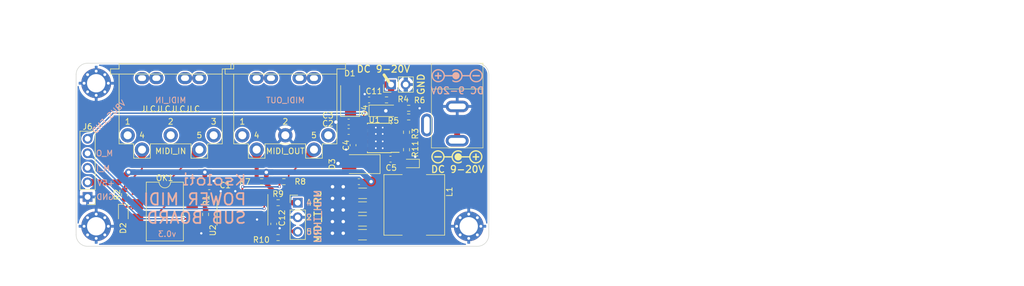
<source format=kicad_pcb>
(kicad_pcb (version 20211014) (generator pcbnew)
  (title_block (rev "v0.3"))
  (layers (0 "F.Cu" signal) (31 "B.Cu" signal) (34 "B.Paste" user) (35 "F.Paste" user) (36 "B.SilkS" user "B.Silkscreen") (37 "F.SilkS" user "F.Silkscreen") (38 "B.Mask" user) (39 "F.Mask" user) (44 "Edge.Cuts" user))
  (net 0 "")
  (net 1 "GND")
  (net 2 "+5V")
  (net 3 "Net-(C2-Pad1)")
  (net 4 "Net-(C5-Pad1)")
  (net 5 "VBUS_END")
  (net 6 "Net-(C5-Pad2)")
  (net 7 "Net-(D2-Pad1)")
  (net 8 "Net-(D2-Pad2)")
  (net 9 "Net-(D5-Pad2)")
  (net 14 "Net-(J3-Pad4)")
  (net 17 "Net-(J4-Pad4)")
  (net 18 "Net-(J4-Pad5)")
  (net 19 "Net-(J5-Pad1)")
  (net 20 "PG9_MIDI_RX")
  (net 21 "PG14_MIDI_TX")
  (net 24 "Net-(J5-Pad3)")
  (net 25 "Net-(R3-Pad2)")
  (net 26 "Net-(R5-Pad1)")
  (net 27 "Net-(R8-Pad1)")
  (net 28 "Net-(R10-Pad1)")
  (net 31 "Net-(U2-Pad2)")
  (net 33 "Net-(U2-Pad10)")
  (net 34 "Net-(D1-Pad2)")
  (footprint "Resistor_SMD:R_0603_1608Metric" (layer "F.Cu") (at 131.0395 102.729)
    (fp_text reference "R8")
    (fp_text value "220")
  )
  (footprint "Library:MountingHole_3.2mm_M3_Pad_Via_tight" (layer "F.Cu") (at 163.2855 110.526)
    (fp_text reference "H3" hide)
    (fp_text value "MountingHole_Pad")
  )
  (footprint "Resistor_SMD:R_0603_1608Metric" (layer "F.Cu") (at 152.8085 91.424)
    (fp_text reference "R5")
    (fp_text value "220")
  )
  (footprint "Diode_SMD:D_SOD-323" (layer "F.Cu") (at 103.0205 108.188 -90)
    (fp_text reference "D2")
    (fp_text value "1N4148WS")
  )
  (footprint "Capacitor_SMD:C_0603_1608Metric" (layer "F.Cu") (at 129.2635 110.109 -90)
    (fp_text reference "C12")
    (fp_text value "100n")
  )
  (footprint "Connector_PinHeader_2.54mm:PinHeader_1x02_P2.54mm_Vertical" (layer "F.Cu") (at 149.74344 85.7562 90)
    (fp_text reference "J1" hide)
    (fp_text value "VIN")
  )
  (footprint "Capacitor_SMD:C_0603_1608Metric" (layer "F.Cu") (at 142.34144 93.964 180)
    (fp_text reference "C2")
    (fp_text value "10u")
  )
  (footprint "Resistor_SMD:R_0603_1608Metric" (layer "F.Cu") (at 152.4275 94.091 90)
    (fp_text reference "R3")
    (fp_text value "10k")
  )
  (footprint "Capacitor_SMD:C_0603_1608Metric" (layer "F.Cu") (at 145.89744 88.4432 180)
    (fp_text reference "C11")
    (fp_text value "100n")
  )
  (footprint "Capacitor_SMD:C_1206_3216Metric" (layer "F.Cu") (at 144.75444 111.998 180)
    (fp_text reference "C10" hide)
    (fp_text value "47u")
  )
  (footprint "Library:MountingHole_3.2mm_M3_Pad_Via_tight" (layer "F.Cu") (at 98.2855 110.526)
    (fp_text reference "H2" hide)
    (fp_text value "MountingHole_Pad")
  )
  (footprint "Diode_SMD:D_MiniMELF" (layer "F.Cu") (at 148.43744 90.3482)
    (fp_text reference "D4")
    (fp_text value "3V3")
  )
  (footprint "Resistor_SMD:R_0603_1608Metric" (layer "F.Cu") (at 117.3755 108.442 90)
    (fp_text reference "R1")
    (fp_text value "10k")
  )
  (footprint "Connector_PinHeader_2.54mm:PinHeader_1x03_P2.54mm_Vertical" (layer "F.Cu") (at 133.4525 106.412)
    (fp_text reference "J5" hide)
    (fp_text value "MIDI_THRU")
  )
  (footprint "Resistor_SMD:R_0603_1608Metric" (layer "F.Cu") (at 103.2465 105.013 -90)
    (fp_text reference "R2")
    (fp_text value "220")
  )
  (footprint "Capacitor_SMD:C_1206_3216Metric" (layer "F.Cu") (at 144.75444 107.172 180)
    (fp_text reference "C8" hide)
    (fp_text value "47u")
  )
  (footprint "Capacitor_SMD:C_0603_1608Metric" (layer "F.Cu") (at 142.34144 92.313 180)
    (fp_text reference "C3")
    (fp_text value "10u")
  )
  (footprint "Capacitor_SMD:C_0603_1608Metric" (layer "F.Cu") (at 118.0105 103.616)
    (fp_text reference "C1")
    (fp_text value "100n")
  )
  (footprint "Library:dc_socket" (layer "F.Cu") (at 161.2743 89.328 180)
    (fp_text reference "J2" hide)
    (fp_text value "DC 9-20V")
  )
  (footprint "Resistor_SMD:R_0603_1608Metric" (layer "F.Cu") (at 152.4275 97.139 -90)
    (fp_text reference "R11")
    (fp_text value "10k")
  )
  (footprint "Diode_SMD:D_SMA" (layer "F.Cu") (at 144.4265 99.6572 180)
    (fp_text reference "D3")
    (fp_text value "SS34")
  )
  (footprint "Resistor_SMD:R_0603_1608Metric" (layer "F.Cu") (at 152.8085 89.9 180)
    (fp_text reference "R6")
    (fp_text value "3k")
  )
  (footprint "Inductor_SMD:L_10.4x10.4_H4.8" (layer "F.Cu") (at 153.7855 106.791 -90)
    (fp_text reference "L1")
    (fp_text value "15uh")
  )
  (footprint "Connector_PinHeader_2.54mm:PinHeader_1x05_P2.54mm_Vertical" (layer "F.Cu") (at 96.7835 105.396 180)
    (fp_text reference "J6")
    (fp_text value "BREAKOUT_CONN")
  )
  (footprint "LED_SMD:LED_0603_1608Metric" (layer "F.Cu") (at 153.1895 99.552 180)
    (fp_text reference "D5" hide)
    (fp_text value "LED")
  )
  (footprint "Capacitor_SMD:C_0603_1608Metric" (layer "F.Cu") (at 149.6335 98.79)
    (fp_text reference "C5")
    (fp_text value "10n")
  )
  (footprint "Capacitor_SMD:C_1206_3216Metric" (layer "F.Cu") (at 144.75444 109.585 180)
    (fp_text reference "C9" hide)
    (fp_text value "47u")
  )
  (footprint "Capacitor_SMD:C_0603_1608Metric" (layer "F.Cu") (at 144.11944 102.727 180)
    (fp_text reference "C6" hide)
    (fp_text value "100n")
  )
  (footprint "Diode_SMD:D_SMA" (layer "F.Cu") (at 142.59544 87.9292 90)
    (fp_text reference "D1")
    (fp_text value "SS34")
  )
  (footprint "Library:MIDI_DIN-5_DS-5-01c" (layer "F.Cu") (at 111.2821 82.126 180)
    (fp_text reference "J3")
    (fp_text value "MIDI_IN")
  )
  (footprint "Package_SO:TI_SO-PowerPAD-8_ThermalVias" (layer "F.Cu") (at 147.67544 95.0852 180)
    (fp_text reference "U1")
    (fp_text value "TPS5430DDA")
  )
  (footprint "Capacitor_SMD:C_1206_3216Metric" (layer "F.Cu") (at 144.7755 104.759 180)
    (fp_text reference "C7" hide)
    (fp_text value "47u")
  )
  (footprint "Resistor_SMD:R_0603_1608Metric" (layer "F.Cu") (at 148.94544 88.4432)
    (fp_text reference "R4")
    (fp_text value "47k")
  )
  (footprint "Package_DIP:SMDIP-8_W9.53mm" (layer "F.Cu") (at 110.2595 107.95)
    (fp_text reference "OK1")
    (fp_text value "6N137")
  )
  (footprint "Resistor_SMD:R_0603_1608Metric" (layer "F.Cu") (at 130.0335 106.41 180)
    (fp_text reference "R9")
    (fp_text value "220")
  )
  (footprint "Library:MountingHole_3.2mm_M3_Pad_Via_tight" (layer "F.Cu") (at 98.2855 85.526)
    (fp_text reference "H1" hide)
    (fp_text value "MountingHole_Pad")
  )
  (footprint "Package_SO:SOIC-14_3.9x8.7mm_P1.27mm" (layer "F.Cu") (at 123.8045 108.406 -90)
    (fp_text reference "U2")
    (fp_text value "74HC14")
  )
  (footprint "Resistor_SMD:R_0603_1608Metric" (layer "F.Cu") (at 127.1595 102.743)
    (fp_text reference "R7")
    (fp_text value "220")
  )
  (footprint "Capacitor_SMD:C_0603_1608Metric" (layer "F.Cu") (at 143.10344 96.3552 -90)
    (fp_text reference "C4")
    (fp_text value "100n")
  )
  (footprint "Resistor_SMD:R_0603_1608Metric" (layer "F.Cu") (at 130.0235 112.508)
    (fp_text reference "R10")
    (fp_text value "220")
  )
  (footprint "Library:MIDI_DIN-5_DS-5-01c" (layer "F.Cu") (at 131.2821 82.126 180)
    (fp_text reference "J4")
    (fp_text value "MIDI_OUT")
  )
  (gr_line (start 116.890847 102.106392) (end 116.29241 102.106392) (layer "B.SilkS") (width 0.277812))
  (gr_poly (pts (xy 164.527938 83.057995) (xy 164.473037 83.0619) (xy 164.41883 83.068336) (xy 164.365379 83.077248) (xy 164.312748 83.088577) (xy 164.260999 83.102267) (xy 164.210195 83.118262) (xy 164.160399 83.136504) (xy 164.111673 83.156937) (xy 164.064081 83.179504) (xy 164.017684 83.204147) (xy 163.972547 83.230811) (xy 163.92873 83.259438) (xy 163.886298 83.289972) (xy 163.845313 83.322355) (xy 163.805837 83.356531) (xy 163.767934 83.392443) (xy 163.731666 83.430034) (xy 163.697096 83.469248) (xy 163.664286 83.510027) (xy 163.6333 83.552314) (xy 163.6042 83.596054) (xy 163.577049 83.641188) (xy 163.551909 83.687661) (xy 163.528844 83.735414) (xy 163.507916 83.784393) (xy 163.489188 83.834539) (xy 163.472723 83.885796) (xy 163.458583 83.938107) (xy 163.44683 83.991415) (xy 163.437529 84.045663) (xy 163.430742 84.100795) (xy 162.20943 84.100795) (xy 162.202648 84.045701) (xy 162.193355 83.99149) (xy 162.181615 83.938217) (xy 162.16749 83.885939) (xy 162.151043 83.834714) (xy 162.132336 83.784597) (xy 162.111431 83.735646) (xy 162.088392 83.687917) (xy 162.063281 83.641467) (xy 162.03616 83.596353) (xy 162.007092 83.552632) (xy 161.97614 83.51036) (xy 161.943367 83.469594) (xy 161.908834 83.430391) (xy 161.872605 83.392808) (xy 161.834742 83.3569) (xy 161.795307 83.322726) (xy 161.754364 83.290342) (xy 161.711975 83.259805) (xy 161.668202 83.23117) (xy 161.623109 83.204496) (xy 161.576757 83.179839) (xy 161.529209 83.157255) (xy 161.480528 83.136802) (xy 161.430777 83.118536) (xy 161.380018 83.102514) (xy 161.328313 83.088792) (xy 161.275726 83.077428) (xy 161.222318 83.068477) (xy 161.168153 83.061998) (xy 161.113293 83.058046) (xy 161.057801 83.056679) (xy 161.015936 83.057453) (xy 160.974222 83.059732) (xy 160.932699 83.063505) (xy 160.891404 83.06876) (xy 160.850377 83.075486) (xy 160.809655 83.083672) (xy 160.769279 83.093306) (xy 160.729285 83.104377) (xy 160.689714 83.116872) (xy 160.650604 83.130781) (xy 160.611993 83.146093) (xy 160.57392 83.162795) (xy 160.536424 83.180876) (xy 160.499543 83.200326) (xy 160.463317 83.221131) (xy 160.427784 83.243282) (xy 160.427784 83.535171) (xy 160.460513 83.506168) (xy 160.494437 83.478842) (xy 160.529488 83.453219) (xy 160.565601 83.429326) (xy 160.60271 83.407189) (xy 160.640748 83.386833) (xy 160.679652 83.368286) (xy 160.719353 83.351571) (xy 160.759787 83.336717) (xy 160.800887 83.323749) (xy 160.842589 83.312693) (xy 160.884825 83.303575) (xy 160.92753 83.296421) (xy 160.970638 83.291257) (xy 161.014084 83.28811) (xy 161.057801 83.287005) (xy 161.105562 83.288213) (xy 161.152697 83.291797) (xy 161.199146 83.2977) (xy 161.244851 83.305862) (xy 161.289755 83.316226) (xy 161.333798 83.328733) (xy 161.376923 83.343325) (xy 161.41907 83.359944) (xy 161.460183 83.378531) (xy 161.500202 83.399028) (xy 161.539069 83.421376) (xy 161.576726 83.445518) (xy 161.613114 83.471395) (xy 161.648175 83.498949) (xy 161.681852 83.528121) (xy 161.714085 83.558853) (xy 161.744816 83.591087) (xy 161.773987 83.624764) (xy 161.80154 83.659826) (xy 161.827416 83.696215) (xy 161.851557 83.733873) (xy 161.873904 83.77274) (xy 161.8944 83.81276) (xy 161.912986 83.853873) (xy 161.929603 83.896021) (xy 161.944194 83.939146) (xy 161.9567 83.98319) (xy 161.967063 84.028094) (xy 161.975224 84.073799) (xy 161.981126 84.120249) (xy 161.984709 84.167383) (xy 161.985915 84.215145) (xy 161.984707 84.262906) (xy 161.981123 84.310039) (xy 161.975221 84.356487) (xy 161.967059 84.402192) (xy 161.956695 84.447095) (xy 161.944189 84.491138) (xy 161.929597 84.534262) (xy 161.912979 84.576409) (xy 161.894392 84.617521) (xy 161.873896 84.657539) (xy 161.851548 84.696406) (xy 161.827407 84.734062) (xy 161.801531 84.77045) (xy 161.773978 84.805512) (xy 161.744807 84.839188) (xy 161.714076 84.871421) (xy 161.681843 84.902152) (xy 161.648167 84.931323) (xy 161.613106 84.958876) (xy 161.576718 84.984752) (xy 161.539061 85.008893) (xy 161.500195 85.031241) (xy 161.460176 85.051737) (xy 161.419064 85.070324) (xy 161.376917 85.086942) (xy 161.333793 85.101533) (xy 161.289751 85.11404) (xy 161.244848 85.124404) (xy 161.199143 85.132566) (xy 161.152695 85.138468) (xy 161.105561 85.142052) (xy 161.057801 85.14326) (xy 161.014094 85.142173) (xy 160.970658 85.139047) (xy 160.927558 85.133905) (xy 160.884859 85.126776) (xy 160.842629 85.117683) (xy 160.800931 85.106654) (xy 160.759833 85.093715) (xy 160.719401 85.07889) (xy 160.679699 85.062206) (xy 160.640794 85.043689) (xy 160.602752 85.023364) (xy 160.565638 85.001259) (xy 160.529518 84.977397) (xy 160.494459 84.951806) (xy 160.460525 84.924512) (xy 160.427784 84.895539) (xy 160.427784 85.186013) (xy 160.463299 85.208227) (xy 160.499509 85.229096) (xy 160.536376 85.248608) (xy 160.573862 85.266752) (xy 160.611926 85.283516) (xy 160.650532 85.298889) (xy 160.689639 85.312859) (xy 160.729209 85.325415) (xy 160.769204 85.336546) (xy 160.809585 85.34624) (xy 160.850312 85.354485) (xy 160.891348 85.36127) (xy 160.932654 85.366584) (xy 160.97419 85.370416) (xy 161.015919 85.372753) (xy 161.057801 85.373585) (xy 161.113335 85.372269) (xy 161.168238 85.368365) (xy 161.222447 85.36193) (xy 161.275899 85.353019) (xy 161.328532 85.34169) (xy 161.380282 85.328) (xy 161.431088 85.312006) (xy 161.480885 85.293764) (xy 161.529613 85.273331) (xy 161.577207 85.250764) (xy 161.623605 85.22612) (xy 161.668744 85.199456) (xy 161.712562 85.170828) (xy 161.754995 85.140294) (xy 161.795982 85.10791) (xy 161.835458 85.073733) (xy 161.873363 85.03782) (xy 161.909631 85.000227) (xy 161.944202 84.961013) (xy 161.977013 84.920232) (xy 162.007999 84.877943) (xy 162.0371 84.834203) (xy 162.064251 84.789067) (xy 162.089391 84.742592) (xy 162.112456 84.694837) (xy 162.133384 84.645857) (xy 162.152112 84.595709) (xy 162.168577 84.54445) (xy 162.182717 84.492138) (xy 162.194469 84.438828) (xy 162.203769 84.384578) (xy 162.210556 84.329444) (xy 163.431842 84.329444) (xy 163.438623 84.384538) (xy 163.447914 84.438751) (xy 163.459653 84.492025) (xy 163.473777 84.544303) (xy 163.490224 84.59553) (xy 163.50893 84.645648) (xy 163.529834 84.6946) (xy 163.552873 84.74233) (xy 163.577984 84.788781) (xy 163.605104 84.833896) (xy 163.634172 84.877618) (xy 163.665123 84.919891) (xy 163.697897 84.960658) (xy 163.732429 84.999862) (xy 163.768658 85.037446) (xy 163.806522 85.073354) (xy 163.845956 85.107529) (xy 163.886899 85.139914) (xy 163.929289 85.170453) (xy 163.973062 85.199088) (xy 164.018156 85.225763) (xy 164.064508 85.250421) (xy 164.112056 85.273005) (xy 164.160738 85.293459) (xy 164.210489 85.311726) (xy 164.261249 85.327749) (xy 164.312955 85.341471) (xy 164.365543 85.352835) (xy 164.418951 85.361786) (xy 164.473117 85.368265) (xy 164.527977 85.372217) (xy 164.583471 85.373585) (xy 164.643084 85.372078) (xy 164.701916 85.367605) (xy 164.759892 85.360239) (xy 164.81694 85.350052) (xy 164.872987 85.337117) (xy 164.92796 85.321507) (xy 164.981787 85.303295) (xy 165.034394 85.282553) (xy 165.08571 85.259355) (xy 165.13566 85.233772) (xy 165.184173 85.205879) (xy 165.231175 85.175747) (xy 165.276595 85.14345) (xy 165.320358 85.109059) (xy 165.362392 85.072649) (xy 165.402625 85.034292) (xy 165.440983 84.99406) (xy 165.477395 84.952026) (xy 165.511786 84.908264) (xy 165.544084 84.862845) (xy 165.574217 84.815843) (xy 165.602112 84.767331) (xy 165.627696 84.717381) (xy 165.650895 84.666066) (xy 165.671638 84.613459) (xy 165.689852 84.559633) (xy 165.705463 84.50466) (xy 165.718399 84.448613) (xy 165.728587 84.391566) (xy 165.735955 84.33359) (xy 165.740429 84.274759) (xy 165.741937 84.215145) (xy 165.511585 84.215145) (xy 165.510377 84.262906) (xy 165.506793 84.310039) (xy 165.500891 84.356487) (xy 165.492729 84.402192) (xy 165.482365 84.447095) (xy 165.469858 84.491138) (xy 165.455267 84.534262) (xy 165.438649 84.576409) (xy 165.420062 84.617521) (xy 165.399566 84.657539) (xy 165.377218 84.696406) (xy 165.353077 84.734062) (xy 165.327201 84.77045) (xy 165.299648 84.805512) (xy 165.270477 84.839188) (xy 165.239746 84.871421) (xy 165.207513 84.902152) (xy 165.173837 84.931323) (xy 165.138776 84.958876) (xy 165.102388 84.984752) (xy 165.064731 85.008893) (xy 165.025865 85.031241) (xy 164.985846 85.051737) (xy 164.944734 85.070324) (xy 164.902587 85.086942) (xy 164.859463 85.101533) (xy 164.815421 85.11404) (xy 164.770518 85.124404) (xy 164.724813 85.132566) (xy 164.678365 85.138468) (xy 164.631231 85.142052) (xy 164.583471 85.14326) (xy 164.53571 85.142052) (xy 164.488576 85.138468) (xy 164.442128 85.132566) (xy 164.396423 85.124404) (xy 164.35152 85.11404) (xy 164.307478 85.101533) (xy 164.264354 85.086942) (xy 164.222207 85.070324) (xy 164.181095 85.051737) (xy 164.141076 85.031241) (xy 164.10221 85.008893) (xy 164.064553 84.984752) (xy 164.028165 84.958876) (xy 163.993104 84.931323) (xy 163.959428 84.902152) (xy 163.927195 84.871421) (xy 163.896464 84.839188) (xy 163.867293 84.805512) (xy 163.83974 84.77045) (xy 163.813864 84.734062) (xy 163.789723 84.696406) (xy 163.767375 84.657539) (xy 163.746879 84.617521) (xy 163.728292 84.576409) (xy 163.711674 84.534262) (xy 163.697083 84.491138) (xy 163.684576 84.447095) (xy 163.674212 84.402192) (xy 163.66605 84.356487) (xy 163.660148 84.310039) (xy 163.656564 84.262906) (xy 163.655356 84.215145) (xy 163.656563 84.167383) (xy 163.660146 84.120249) (xy 163.666047 84.073799) (xy 163.674208 84.028094) (xy 163.684571 83.98319) (xy 163.697077 83.939146) (xy 163.711668 83.896021) (xy 163.728285 83.853873) (xy 163.746871 83.81276) (xy 163.767367 83.77274) (xy 163.789714 83.733873) (xy 163.813855 83.696215) (xy 163.839731 83.659826) (xy 163.867284 83.624764) (xy 163.896455 83.591087) (xy 163.927186 83.558853) (xy 163.959419 83.528121) (xy 163.993095 83.498949) (xy 164.028157 83.471395) (xy 164.064545 83.445518) (xy 164.102202 83.421376) (xy 164.141069 83.399028) (xy 164.181088 83.378531) (xy 164.222201 83.359944) (xy 164.264348 83.343325) (xy 164.307473 83.328733) (xy 164.351516 83.316226) (xy 164.39642 83.305862) (xy 164.442125 83.297699) (xy 164.488575 83.291797) (xy 164.535709 83.288212) (xy 164.583471 83.287005) (xy 164.631232 83.288213) (xy 164.678367 83.291797) (xy 164.724816 83.2977) (xy 164.770521 83.305862) (xy 164.815425 83.316226) (xy 164.859468 83.328733) (xy 164.902593 83.343325) (xy 164.944741 83.359944) (xy 164.985853 83.378531) (xy 165.025872 83.399028) (xy 165.064739 83.421376) (xy 165.102396 83.445518) (xy 165.138784 83.471395) (xy 165.173846 83.498949) (xy 165.207522 83.528121) (xy 165.239755 83.558853) (xy 165.270486 83.591087) (xy 165.299657 83.624764) (xy 165.32721 83.659826) (xy 165.353086 83.696215) (xy 165.377227 83.733873) (xy 165.399574 83.77274) (xy 165.42007 83.81276) (xy 165.438656 83.853873) (xy 165.455274 83.896021) (xy 165.469864 83.939146) (xy 165.48237 83.98319) (xy 165.492733 84.028094) (xy 165.500894 84.073799) (xy 165.506795 84.120249) (xy 165.510378 84.167383) (xy 165.511585 84.215145) (xy 165.741937 84.215145) (xy 165.74043 84.15553) (xy 165.735957 84.096698) (xy 165.728591 84.038721) (xy 165.718403 83.981672) (xy 165.705468 83.925624) (xy 165.689858 83.87065) (xy 165.671645 83.816823) (xy 165.650903 83.764215) (xy 165.627704 83.712899) (xy 165.60212 83.662948) (xy 165.574226 83.614434) (xy 165.544093 83.567432) (xy 165.511795 83.522012) (xy 165.477404 83.478249) (xy 165.440993 83.436214) (xy 165.402634 83.395981) (xy 165.362401 83.357623) (xy 165.320367 83.321211) (xy 165.276603 83.28682) (xy 165.231184 83.254522) (xy 165.184181 83.224389) (xy 165.135667 83.196495) (xy 165.085716 83.170912) (xy 165.0344 83.147713) (xy 164.981792 83.12697) (xy 164.927965 83.108758) (xy 164.872991 83.093147) (xy 164.816943 83.080212) (xy 164.759894 83.070025) (xy 164.701918 83.062658) (xy 164.643085 83.058185) (xy 164.583471 83.056679)) (layer "B.SilkS") (width 0) (fill solid))
  (gr_line (start 116.890847 103.27201) (end 117.190066 102.981) (layer "B.SilkS") (width 0.277812))
  (gr_line (start 113.897038 101.524381) (end 113.897038 101.233372) (layer "B.SilkS") (width 0.277812))
  (gr_line (start 117.788503 103.272008) (end 118.388565 103.272008) (layer "B.SilkS") (width 0.277812))
  (gr_line (start 117.190066 102.981) (end 117.190066 102.397402) (layer "B.SilkS") (width 0.277812))
  (gr_line (start 118.089348 101.524379) (end 118.388565 101.524379) (layer "B.SilkS") (width 0.277812))
  (gr_line (start 113.597821 103.272008) (end 114.19626 103.272008) (layer "B.SilkS") (width 0.277812))
  (gr_line (start 114.794699 103.270425) (end 115.093914 102.979419) (layer "B.SilkS") (width 0.277812))
  (gr_line (start 119.884657 102.106392) (end 119.286219 102.106392) (layer "B.SilkS") (width 0.277812))
  (gr_line (start 115.093914 102.979419) (end 115.093914 101.522798) (layer "B.SilkS") (width 0.277812))
  (gr_line (start 119.286219 102.106392) (end 118.987002 102.397402) (layer "B.SilkS") (width 0.277812))
  (gr_line (start 113.897038 103.272008) (end 113.897038 102.106392) (layer "B.SilkS") (width 0.277812))
  (gr_line (start 122.798012 101.524379) (end 123.994885 102.689991) (layer "B.SilkS") (width 0.277812))
  (gr_line (start 121.783808 102.689982) (end 121.185371 102.689982) (layer "B.SilkS") (width 0.277812))
  (gr_poly (pts (xy 163.933958 84.34401) (xy 165.226004 84.34401) (xy 165.226004 84.086229) (xy 163.933958 84.086229)) (layer "B.SilkS") (width 0) (fill solid))
  (gr_line (start 116.29241 103.272008) (end 116.890847 103.272008) (layer "B.SilkS") (width 0.277812))
  (gr_line (start 114.794694 102.106395) (end 115.393131 102.106395) (layer "B.SilkS") (width 0.277812))
  (gr_line (start 123.994885 101.524379) (end 123.994885 103.272008) (layer "B.SilkS") (width 0.277812))
  (gr_line (start 118.089348 103.272008) (end 118.089348 101.524379) (layer "B.SilkS") (width 0.277812))
  (gr_line (start 120.1855 102.397402) (end 119.884657 102.106392) (layer "B.SilkS") (width 0.277812))
  (gr_line (start 115.993193 102.980998) (end 116.29241 103.272008) (layer "B.SilkS") (width 0.277812))
  (gr_line (start 120.886152 102.98099) (end 121.185371 103.271997) (layer "B.SilkS") (width 0.277812))
  (gr_line (start 117.190066 102.397402) (end 116.890847 102.106392) (layer "B.SilkS") (width 0.277812))
  (gr_poly (pts (xy 157.828631 84.091469) (xy 157.375944 84.091469) (xy 157.375944 84.340867) (xy 157.828631 84.340867) (xy 157.828631 84.791458) (xy 158.076981 84.791458) (xy 158.076981 84.340867) (xy 158.527572 84.340867) (xy 158.527572 84.091469) (xy 158.076981 84.091469) (xy 158.076981 83.638782) (xy 157.828631 83.638782)) (layer "B.SilkS") (width 0) (fill solid))
  (gr_line (start 122.083026 102.398974) (end 121.783808 102.689982) (layer "B.SilkS") (width 0.277812))
  (gr_poly (pts (xy 157.974023 83.056679) (xy 157.914409 83.058187) (xy 157.855578 83.062661) (xy 157.797602 83.070029) (xy 157.740555 83.080217) (xy 157.684508 83.093153) (xy 157.629536 83.108764) (xy 157.575709 83.126978) (xy 157.523102 83.147721) (xy 157.471788 83.17092) (xy 157.421838 83.196504) (xy 157.373325 83.224398) (xy 157.326324 83.254531) (xy 157.280905 83.28683) (xy 157.237143 83.321221) (xy 157.195109 83.357632) (xy 157.154877 83.395991) (xy 157.11652 83.436223) (xy 157.08011 83.478258) (xy 157.045719 83.522021) (xy 157.013422 83.56744) (xy 156.98329 83.614443) (xy 156.955396 83.662955) (xy 156.929814 83.712906) (xy 156.906615 83.764221) (xy 156.885873 83.816829) (xy 156.867661 83.870656) (xy 156.852051 83.925629) (xy 156.839116 83.981676) (xy 156.828929 84.038724) (xy 156.821563 84.0967) (xy 156.81709 84.155531) (xy 156.815583 84.215145) (xy 156.817091 84.274758) (xy 156.821565 84.333588) (xy 156.828933 84.391563) (xy 156.839121 84.44861) (xy 156.852056 84.504656) (xy 156.867667 84.559628) (xy 156.88588 84.613453) (xy 156.906622 84.66606) (xy 156.929821 84.717374) (xy 156.955404 84.767324) (xy 156.983298 84.815835) (xy 157.01343 84.862837) (xy 157.045728 84.908255) (xy 157.080118 84.952017) (xy 157.116528 84.99405) (xy 157.154886 85.034282) (xy 157.195118 85.07264) (xy 157.237151 85.10905) (xy 157.280913 85.14344) (xy 157.326331 85.175738) (xy 157.373333 85.20587) (xy 157.421844 85.233764) (xy 157.471794 85.259347) (xy 157.523108 85.282546) (xy 157.575714 85.303288) (xy 157.62954 85.321501) (xy 157.684512 85.337112) (xy 157.740558 85.350047) (xy 157.797605 85.360235) (xy 157.85558 85.367603) (xy 157.91441 85.372077) (xy 157.974023 85.373585) (xy 158.029557 85.372269) (xy 158.08446 85.368365) (xy 158.138669 85.36193) (xy 158.192122 85.353019) (xy 158.244754 85.34169) (xy 158.296505 85.328) (xy 158.34731 85.312005) (xy 158.397108 85.293763) (xy 158.445835 85.27333) (xy 158.493429 85.250763) (xy 158.539827 85.226119) (xy 158.584967 85.199455) (xy 158.628784 85.170827) (xy 158.671218 85.140293) (xy 158.712204 85.107909) (xy 158.751681 85.073732) (xy 158.789585 85.037819) (xy 158.825854 85.000227) (xy 158.860425 84.961012) (xy 158.893235 84.920232) (xy 158.924222 84.877943) (xy 158.953323 84.834202) (xy 158.980474 84.789066) (xy 159.005614 84.742592) (xy 159.028679 84.694837) (xy 159.049607 84.645857) (xy 159.068335 84.595709) (xy 159.0848 84.54445) (xy 159.09894 84.492138) (xy 159.110692 84.438828) (xy 159.119992 84.384578) (xy 159.126779 84.329444) (xy 160.438681 84.329444) (xy 160.444443 84.357199) (xy 160.451378 84.38445) (xy 160.459456 84.411173) (xy 160.468648 84.437341) (xy 160.478924 84.462932) (xy 160.490254 84.48792) (xy 160.502608 84.512281) (xy 160.515958 84.535989) (xy 160.530273 84.559021) (xy 160.545524 84.581351) (xy 160.56168 84.602955) (xy 160.578714 84.623808) (xy 160.596594 84.643885) (xy 160.615291 84.663162) (xy 160.634776 84.681614) (xy 160.655018 84.699216) (xy 160.67599 84.715945) (xy 160.697659 84.731774) (xy 160.719998 84.746679) (xy 160.742976 84.760636) (xy 160.766564 84.77362) (xy 160.790732 84.785606) (xy 160.815451 84.79657) (xy 160.84069 84.806487) (xy 160.866421 84.815332) (xy 160.892613 84.82308) (xy 160.919237 84.829707) (xy 160.946263 84.835189) (xy 160.973663 84.8395) (xy 161.001405 84.842615) (xy 161.02946 84.844511) (xy 161.0578 84.845162) (xy 161.090222 84.844343) (xy 161.122219 84.84191) (xy 161.15375 84.837903) (xy 161.184776 84.832363) (xy 161.215258 84.825328) (xy 161.245157 84.816838) (xy 161.274431 84.806933) (xy 161.303043 84.795652) (xy 161.330951 84.783035) (xy 161.358118 84.769121) (xy 161.384502 84.753951) (xy 161.410065 84.737563) (xy 161.434767 84.719997) (xy 161.458568 84.701293) (xy 161.481429 84.68149) (xy 161.50331 84.660629) (xy 161.524172 84.638748) (xy 161.543974 84.615887) (xy 161.562678 84.592085) (xy 161.580244 84.567384) (xy 161.596632 84.541821) (xy 161.611803 84.515436) (xy 161.625716 84.48827) (xy 161.638333 84.460361) (xy 161.649614 84.43175) (xy 161.659519 84.402475) (xy 161.668009 84.372577) (xy 161.675044 84.342095) (xy 161.680585 84.311069) (xy 161.684591 84.279537) (xy 161.687024 84.247541) (xy 161.687842 84.215145) (xy 158.902139 84.215145) (xy 158.900931 84.262906) (xy 158.897347 84.310039) (xy 158.891445 84.356487) (xy 158.883282 84.402192) (xy 158.872919 84.447095) (xy 158.860412 84.491138) (xy 158.845821 84.534262) (xy 158.829202 84.576409) (xy 158.810616 84.617521) (xy 158.79012 84.657539) (xy 158.767772 84.696406) (xy 158.743631 84.734062) (xy 158.717755 84.77045) (xy 158.690202 84.805512) (xy 158.661031 84.839188) (xy 158.6303 84.871421) (xy 158.598067 84.902152) (xy 158.564391 84.931323) (xy 158.52933 84.958876) (xy 158.492942 84.984752) (xy 158.455285 85.008893) (xy 158.416419 85.031241) (xy 158.3764 85.051737) (xy 158.335288 85.070323) (xy 158.293141 85.086942) (xy 158.250017 85.101533) (xy 158.205975 85.11404) (xy 158.161072 85.124403) (xy 158.115367 85.132566) (xy 158.068919 85.138468) (xy 158.021785 85.142052) (xy 157.974025 85.14326) (xy 157.926264 85.142052) (xy 157.87913 85.138468) (xy 157.832682 85.132566) (xy 157.786977 85.124403) (xy 157.742074 85.11404) (xy 157.698032 85.101533) (xy 157.654908 85.086942) (xy 157.612761 85.070323) (xy 157.571649 85.051737) (xy 157.53163 85.031241) (xy 157.492764 85.008893) (xy 157.455107 84.984752) (xy 157.418719 84.958876) (xy 157.383658 84.931323) (xy 157.349982 84.902152) (xy 157.317749 84.871421) (xy 157.287018 84.839188) (xy 157.257847 84.805512) (xy 157.230294 84.77045) (xy 157.204418 84.734062) (xy 157.180277 84.696406) (xy 157.157929 84.657539) (xy 157.137433 84.617521) (xy 157.118847 84.576409) (xy 157.102229 84.534262) (xy 157.087637 84.491138) (xy 157.07513 84.447095) (xy 157.064767 84.402192) (xy 157.056605 84.356487) (xy 157.050702 84.310039) (xy 157.047118 84.262906) (xy 157.04591 84.215145) (xy 157.047117 84.167383) (xy 157.0507 84.120249) (xy 157.056601 84.073799) (xy 157.064762 84.028094) (xy 157.075125 83.98319) (xy 157.087631 83.939146) (xy 157.102222 83.896021) (xy 157.11884 83.853873) (xy 157.137425 83.81276) (xy 157.157921 83.77274) (xy 157.180269 83.733873) (xy 157.20441 83.696215) (xy 157.230286 83.659826) (xy 157.257838 83.624764) (xy 157.287009 83.591087) (xy 157.31774 83.558853) (xy 157.349973 83.528121) (xy 157.38365 83.498949) (xy 157.418711 83.471395) (xy 157.4551 83.445518) (xy 157.492756 83.421376) (xy 157.531623 83.399028) (xy 157.571642 83.378531) (xy 157.612755 83.359944) (xy 157.654903 83.343325) (xy 157.698027 83.328733) (xy 157.74207 83.316226) (xy 157.786974 83.305862) (xy 157.832679 83.297699) (xy 157.879129 83.291797) (xy 157.926263 83.288212) (xy 157.974025 83.287005) (xy 158.021786 83.288213) (xy 158.068921 83.291797) (xy 158.11537 83.2977) (xy 158.161075 83.305862) (xy 158.205979 83.316226) (xy 158.250022 83.328733) (xy 158.293147 83.343325) (xy 158.335294 83.359944) (xy 158.376407 83.378531) (xy 158.416426 83.399028) (xy 158.455293 83.421376) (xy 158.49295 83.445518) (xy 158.529338 83.471395) (xy 158.5644 83.498949) (xy 158.598076 83.528121) (xy 158.630309 83.558853) (xy 158.66104 83.591087) (xy 158.690211 83.624764) (xy 158.717764 83.659826) (xy 158.74364 83.696215) (xy 158.767781 83.733873) (xy 158.790128 83.77274) (xy 158.810624 83.81276) (xy 158.82921 83.853873) (xy 158.845827 83.896021) (xy 158.860418 83.939146) (xy 158.872924 83.98319) (xy 158.883287 84.028094) (xy 158.891448 84.073799) (xy 158.897349 84.120249) (xy 158.900932 84.167383) (xy 158.902139 84.215145) (xy 161.687842 84.215145) (xy 161.687843 84.215119) (xy 161.687023 84.182697) (xy 161.684591 84.1507) (xy 161.680584 84.119169) (xy 161.675044 84.088143) (xy 161.668009 84.057661) (xy 161.659519 84.027763) (xy 161.649614 83.998488) (xy 161.638333 83.969877) (xy 161.625716 83.941968) (xy 161.611802 83.914802) (xy 161.596632 83.888417) (xy 161.580244 83.862854) (xy 161.562678 83.838152) (xy 161.543974 83.814351) (xy 161.524171 83.79149) (xy 161.50331 83.769609) (xy 161.481429 83.748747) (xy 161.458568 83.728945) (xy 161.434766 83.710241) (xy 161.410065 83.692675) (xy 161.384502 83.676287) (xy 161.358117 83.661116) (xy 161.330951 83.647203) (xy 161.303042 83.634586) (xy 161.274431 83.623305) (xy 161.245156 83.6134) (xy 161.215258 83.60491) (xy 161.184776 83.597875) (xy 161.15375 83.592334) (xy 161.122218 83.588328) (xy 161.090222 83.585895) (xy 161.0578 83.585076) (xy 161.029456 83.585721) (xy 161.001395 83.587612) (xy 160.973648 83.590723) (xy 160.946244 83.595029) (xy 160.919212 83.600507) (xy 160.892583 83.607131) (xy 160.866385 83.614876) (xy 160.84065 83.623718) (xy 160.815405 83.633633) (xy 160.790681 83.644595) (xy 160.766508 83.656579) (xy 160.742915 83.669562) (xy 160.719932 83.683518) (xy 160.697588 83.698423) (xy 160.675914 83.714252) (xy 160.654938 83.73098) (xy 160.63469 83.748583) (xy 160.615201 83.767036) (xy 160.596499 83.786314) (xy 160.578615 83.806393) (xy 160.561578 83.827248) (xy 160.545417 83.848854) (xy 160.530163 83.871186) (xy 160.515845 83.89422) (xy 160.502492 83.917931) (xy 160.490134 83.942295) (xy 160.478802 83.967286) (xy 160.468524 83.992881) (xy 160.45933 84.019053) (xy 160.45125 84.04578) (xy 160.444314 84.073035) (xy 160.43855 84.100795) (xy 159.125653 84.100795) (xy 159.118871 84.045701) (xy 159.109579 83.99149) (xy 159.097839 83.938217) (xy 159.083714 83.885939) (xy 159.067267 83.834714) (xy 159.04856 83.784597) (xy 159.027655 83.735646) (xy 159.004616 83.687917) (xy 158.979505 83.641467) (xy 158.952384 83.596353) (xy 158.923316 83.552632) (xy 158.892364 83.51036) (xy 158.859591 83.469594) (xy 158.825058 83.430391) (xy 158.788829 83.392807) (xy 158.750966 83.3569) (xy 158.711531 83.322726) (xy 158.670588 83.290342) (xy 158.628199 83.259804) (xy 158.584426 83.23117) (xy 158.539333 83.204496) (xy 158.492981 83.179839) (xy 158.445433 83.157255) (xy 158.396752 83.136802) (xy 158.347001 83.118536) (xy 158.296242 83.102513) (xy 158.244537 83.088792) (xy 158.19195 83.077427) (xy 158.138542 83.068477) (xy 158.084377 83.061998) (xy 158.029517 83.058046) (xy 157.974025 83.056679)) (layer "B.SilkS") (width 0) (fill solid))
  (gr_line (start 122.798012 103.272008) (end 123.613886 102.487394) (layer "B.SilkS") (width 0.277812))
  (gr_line (start 121.185371 103.271997) (end 122.083026 103.271997) (layer "B.SilkS") (width 0.277812))
  (gr_line (start 120.1855 102.981) (end 120.1855 102.397402) (layer "B.SilkS") (width 0.277812))
  (gr_line (start 118.987002 102.397402) (end 118.987002 102.981) (layer "B.SilkS") (width 0.277812))
  (gr_line (start 119.286219 103.272008) (end 119.884657 103.272008) (layer "B.SilkS") (width 0.277812))
  (gr_line (start 121.783808 102.107967) (end 122.083026 102.398974) (layer "B.SilkS") (width 0.277812))
  (gr_line (start 116.29241 102.106392) (end 115.993193 102.397402) (layer "B.SilkS") (width 0.277812))
  (gr_line (start 118.987002 102.980998) (end 119.286219 103.272008) (layer "B.SilkS") (width 0.277812))
  (gr_line (start 115.993193 102.397402) (end 115.993193 102.981) (layer "B.SilkS") (width 0.277812))
  (gr_line (start 119.884657 103.27201) (end 120.1855 102.981) (layer "B.SilkS") (width 0.277812))
  (gr_line (start 113.897041 102.106392) (end 114.19626 102.106392) (layer "B.SilkS") (width 0.277812))
  (gr_line (start 121.185371 102.689982) (end 120.886152 102.98099) (layer "B.SilkS") (width 0.277812))
  (gr_line (start 120.886152 102.107967) (end 121.783808 102.107967) (layer "B.SilkS") (width 0.277812))
  (gr_poly (pts (xy 164.669286 98.270615) (xy 165.121973 98.270615) (xy 165.121973 98.520013) (xy 164.669286 98.520013) (xy 164.669286 98.970604) (xy 164.420936 98.970604) (xy 164.420936 98.520013) (xy 163.970345 98.520013) (xy 163.970345 98.270615) (xy 164.420936 98.270615) (xy 164.420936 97.817928) (xy 164.669286 97.817928)) (layer "F.SilkS") (width 0) (fill solid))
  (gr_poly (pts (xy 164.523894 97.235825) (xy 164.583508 97.237333) (xy 164.642339 97.241807) (xy 164.700315 97.249175) (xy 164.757362 97.259363) (xy 164.813409 97.272299) (xy 164.868381 97.28791) (xy 164.922208 97.306124) (xy 164.974815 97.326867) (xy 165.026129 97.350066) (xy 165.076079 97.37565) (xy 165.124592 97.403544) (xy 165.171593 97.433677) (xy 165.217012 97.465976) (xy 165.260774 97.500367) (xy 165.302808 97.536778) (xy 165.34304 97.575137) (xy 165.381397 97.615369) (xy 165.417807 97.657404) (xy 165.452198 97.701167) (xy 165.484495 97.746586) (xy 165.514627 97.793589) (xy 165.542521 97.842101) (xy 165.568103 97.892052) (xy 165.591302 97.943367) (xy 165.612044 97.995975) (xy 165.630256 98.049802) (xy 165.645866 98.104775) (xy 165.658801 98.160822) (xy 165.668988 98.21787) (xy 165.676354 98.275846) (xy 165.680827 98.334677) (xy 165.682334 98.394291) (xy 165.680826 98.453904) (xy 165.676352 98.512734) (xy 165.668984 98.570709) (xy 165.658796 98.627756) (xy 165.645861 98.683802) (xy 165.63025 98.738774) (xy 165.612037 98.792599) (xy 165.591295 98.845206) (xy 165.568096 98.89652) (xy 165.542513 98.94647) (xy 165.514619 98.994981) (xy 165.484487 99.041983) (xy 165.452189 99.087401) (xy 165.417799 99.131163) (xy 165.381389 99.173196) (xy 165.343031 99.213428) (xy 165.302799 99.251786) (xy 165.260766 99.288196) (xy 165.217004 99.322586) (xy 165.171586 99.354884) (xy 165.124584 99.385016) (xy 165.076073 99.41291) (xy 165.026123 99.438493) (xy 164.974809 99.461692) (xy 164.922203 99.482434) (xy 164.868377 99.500647) (xy 164.813405 99.516258) (xy 164.757359 99.529193) (xy 164.700312 99.539381) (xy 164.642337 99.546749) (xy 164.583507 99.551223) (xy 164.523894 99.552731) (xy 164.46836 99.551415) (xy 164.413457 99.547511) (xy 164.359248 99.541076) (xy 164.305795 99.532165) (xy 164.253163 99.520836) (xy 164.201412 99.507146) (xy 164.150607 99.491151) (xy 164.100809 99.472909) (xy 164.052082 99.452476) (xy 164.004488 99.429909) (xy 163.95809 99.405265) (xy 163.91295 99.378601) (xy 163.869133 99.349973) (xy 163.826699 99.319439) (xy 163.785713 99.287055) (xy 163.746236 99.252878) (xy 163.708332 99.216965) (xy 163.672063 99.179373) (xy 163.637492 99.140158) (xy 163.604682 99.099378) (xy 163.573695 99.057089) (xy 163.544594 99.013348) (xy 163.517443 98.968212) (xy 163.492303 98.921738) (xy 163.469238 98.873983) (xy 163.44831 98.825003) (xy 163.429582 98.774855) (xy 163.413117 98.723596) (xy 163.398977 98.671284) (xy 163.387225 98.617974) (xy 163.377925 98.563724) (xy 163.371138 98.50859) (xy 162.059236 98.50859) (xy 162.053474 98.536345) (xy 162.046539 98.563596) (xy 162.038461 98.590319) (xy 162.029269 98.616487) (xy 162.018993 98.642078) (xy 162.007663 98.667066) (xy 161.995309 98.691427) (xy 161.981959 98.715135) (xy 161.967644 98.738167) (xy 161.952393 98.760497) (xy 161.936237 98.782101) (xy 161.919203 98.802954) (xy 161.901323 98.823031) (xy 161.882626 98.842308) (xy 161.863141 98.86076) (xy 161.842899 98.878362) (xy 161.821927 98.895091) (xy 161.800258 98.91092) (xy 161.777919 98.925825) (xy 161.754941 98.939782) (xy 161.731353 98.952766) (xy 161.707185 98.964752) (xy 161.682466 98.975716) (xy 161.657227 98.985633) (xy 161.631496 98.994478) (xy 161.605304 99.002226) (xy 161.57868 99.008853) (xy 161.551654 99.014335) (xy 161.524254 99.018646) (xy 161.496512 99.021761) (xy 161.468457 99.023657) (xy 161.440117 99.024308) (xy 161.407695 99.023489) (xy 161.375698 99.021056) (xy 161.344167 99.017049) (xy 161.313141 99.011509) (xy 161.282659 99.004474) (xy 161.25276 98.995984) (xy 161.223486 98.986079) (xy 161.194874 98.974798) (xy 161.166966 98.962181) (xy 161.139799 98.948267) (xy 161.113415 98.933097) (xy 161.087852 98.916709) (xy 161.06315 98.899143) (xy 161.039349 98.880439) (xy 161.016488 98.860636) (xy 160.994607 98.839775) (xy 160.973745 98.817894) (xy 160.953943 98.795033) (xy 160.935239 98.771231) (xy 160.917673 98.74653) (xy 160.901285 98.720967) (xy 160.886114 98.694582) (xy 160.872201 98.667416) (xy 160.859584 98.639507) (xy 160.848303 98.610896) (xy 160.838398 98.581621) (xy 160.829908 98.551723) (xy 160.822873 98.521241) (xy 160.817332 98.490215) (xy 160.813326 98.458683) (xy 160.810893 98.426687) (xy 160.810075 98.394291) (xy 163.595778 98.394291) (xy 163.596986 98.442052) (xy 163.60057 98.489185) (xy 163.606472 98.535633) (xy 163.614635 98.581338) (xy 163.624998 98.626241) (xy 163.637505 98.670284) (xy 163.652096 98.713408) (xy 163.668715 98.755555) (xy 163.687301 98.796667) (xy 163.707797 98.836685) (xy 163.730145 98.875552) (xy 163.754286 98.913208) (xy 163.780162 98.949596) (xy 163.807715 98.984658) (xy 163.836886 99.018334) (xy 163.867617 99.050567) (xy 163.89985 99.081298) (xy 163.933526 99.110469) (xy 163.968587 99.138022) (xy 164.004975 99.163898) (xy 164.042632 99.188039) (xy 164.081498 99.210387) (xy 164.121517 99.230883) (xy 164.162629 99.249469) (xy 164.204776 99.266088) (xy 164.2479 99.280679) (xy 164.291942 99.293186) (xy 164.336845 99.303549) (xy 164.38255 99.311712) (xy 164.428998 99.317614) (xy 164.476132 99.321198) (xy 164.523892 99.322406) (xy 164.571653 99.321198) (xy 164.618787 99.317614) (xy 164.665235 99.311712) (xy 164.71094 99.303549) (xy 164.755843 99.293186) (xy 164.799885 99.280679) (xy 164.843009 99.266088) (xy 164.885156 99.249469) (xy 164.926268 99.230883) (xy 164.966287 99.210387) (xy 165.005153 99.188039) (xy 165.04281 99.163898) (xy 165.079198 99.138022) (xy 165.114259 99.110469) (xy 165.147935 99.081298) (xy 165.180168 99.050567) (xy 165.210899 99.018334) (xy 165.24007 98.984658) (xy 165.267623 98.949596) (xy 165.293499 98.913208) (xy 165.31764 98.875552) (xy 165.339988 98.836685) (xy 165.360484 98.796667) (xy 165.37907 98.755555) (xy 165.395688 98.713408) (xy 165.41028 98.670284) (xy 165.422787 98.626241) (xy 165.43315 98.581338) (xy 165.441312 98.535633) (xy 165.447215 98.489185) (xy 165.450799 98.442052) (xy 165.452007 98.394291) (xy 165.4508 98.346529) (xy 165.447217 98.299395) (xy 165.441316 98.252945) (xy 165.433155 98.20724) (xy 165.422792 98.162336) (xy 165.410286 98.118292) (xy 165.395695 98.075167) (xy 165.379077 98.033019) (xy 165.360492 97.991906) (xy 165.339996 97.951886) (xy 165.317648 97.913019) (xy 165.293507 97.875361) (xy 165.267631 97.838972) (xy 165.240079 97.80391) (xy 165.210908 97.770233) (xy 165.180177 97.737999) (xy 165.147944 97.707267) (xy 165.114267 97.678095) (xy 165.079206 97.650541) (xy 165.042817 97.624664) (xy 165.005161 97.600522) (xy 164.966294 97.578174) (xy 164.926275 97.557677) (xy 164.885162 97.53909) (xy 164.843014 97.522471) (xy 164.79989 97.507879) (xy 164.755847 97.495372) (xy 164.710943 97.485008) (xy 164.665238 97.476845) (xy 164.618788 97.470943) (xy 164.571654 97.467358) (xy 164.523892 97.466151) (xy 164.476131 97.467359) (xy 164.428996 97.470943) (xy 164.382547 97.476846) (xy 164.336842 97.485008) (xy 164.291938 97.495372) (xy 164.247895 97.507879) (xy 164.20477 97.522471) (xy 164.162623 97.53909) (xy 164.12151 97.557677) (xy 164.081491 97.578174) (xy 164.042624 97.600522) (xy 164.004967 97.624664) (xy 163.968579 97.650541) (xy 163.933517 97.678095) (xy 163.899841 97.707267) (xy 163.867608 97.737999) (xy 163.836877 97.770233) (xy 163.807706 97.80391) (xy 163.780153 97.838972) (xy 163.754277 97.875361) (xy 163.730136 97.913019) (xy 163.707789 97.951886) (xy 163.687293 97.991906) (xy 163.668707 98.033019) (xy 163.65209 98.075167) (xy 163.637499 98.118292) (xy 163.624993 98.162336) (xy 163.61463 98.20724) (xy 163.606469 98.252945) (xy 163.600568 98.299395) (xy 163.596985 98.346529) (xy 163.595778 98.394291) (xy 160.810075 98.394291) (xy 160.810074 98.394265) (xy 160.810894 98.361843) (xy 160.813326 98.329846) (xy 160.817333 98.298315) (xy 160.822873 98.267289) (xy 160.829908 98.236807) (xy 160.838398 98.206909) (xy 160.848303 98.177634) (xy 160.859584 98.149023) (xy 160.872201 98.121114) (xy 160.886115 98.093948) (xy 160.901285 98.067563) (xy 160.917673 98.042) (xy 160.935239 98.017298) (xy 160.953943 97.993497) (xy 160.973746 97.970636) (xy 160.994607 97.948755) (xy 161.016488 97.927893) (xy 161.039349 97.908091) (xy 161.063151 97.889387) (xy 161.087852 97.871821) (xy 161.113415 97.855433) (xy 161.1398 97.840262) (xy 161.166966 97.826349) (xy 161.194875 97.813732) (xy 161.223486 97.802451) (xy 161.252761 97.792546) (xy 161.282659 97.784056) (xy 161.313141 97.777021) (xy 161.344167 97.77148) (xy 161.375699 97.767474) (xy 161.407695 97.765041) (xy 161.440117 97.764222) (xy 161.468461 97.764867) (xy 161.496522 97.766758) (xy 161.524269 97.769869) (xy 161.551673 97.774175) (xy 161.578705 97.779653) (xy 161.605334 97.786277) (xy 161.631532 97.794022) (xy 161.657267 97.802864) (xy 161.682512 97.812779) (xy 161.707236 97.823741) (xy 161.731409 97.835725) (xy 161.755002 97.848708) (xy 161.777985 97.862664) (xy 161.800329 97.877569) (xy 161.822003 97.893398) (xy 161.842979 97.910126) (xy 161.863227 97.927729) (xy 161.882716 97.946182) (xy 161.901418 97.96546) (xy 161.919302 97.985539) (xy 161.936339 98.006394) (xy 161.9525 98.028) (xy 161.967754 98.050332) (xy 161.982072 98.073366) (xy 161.995425 98.097077) (xy 162.007783 98.121441) (xy 162.019115 98.146432) (xy 162.029393 98.172027) (xy 162.038587 98.198199) (xy 162.046667 98.224926) (xy 162.053603 98.252181) (xy 162.059367 98.279941) (xy 163.372264 98.279941) (xy 163.379046 98.224847) (xy 163.388338 98.170636) (xy 163.400078 98.117363) (xy 163.414203 98.065085) (xy 163.43065 98.01386) (xy 163.449357 97.963743) (xy 163.470262 97.914792) (xy 163.493301 97.867063) (xy 163.518412 97.820613) (xy 163.545533 97.775499) (xy 163.574601 97.731778) (xy 163.605553 97.689506) (xy 163.638326 97.64874) (xy 163.672859 97.609537) (xy 163.709088 97.571953) (xy 163.746951 97.536046) (xy 163.786386 97.501872) (xy 163.827329 97.469488) (xy 163.869718 97.43895) (xy 163.913491 97.410316) (xy 163.958584 97.383642) (xy 164.004936 97.358985) (xy 164.052484 97.336401) (xy 164.101165 97.315948) (xy 164.150916 97.297682) (xy 164.201675 97.281659) (xy 164.25338 97.267938) (xy 164.305967 97.256573) (xy 164.359375 97.247623) (xy 164.41354 97.241144) (xy 164.4684 97.237192) (xy 164.523892 97.235825)) (layer "F.SilkS") (width 0) (fill solid))
  (gr_line (start 149.67944 85.7762) (end 148.5065 84.058) (layer "F.SilkS") (width 0.5))
  (gr_poly (pts (xy 157.969979 97.237141) (xy 158.02488 97.241046) (xy 158.079087 97.247482) (xy 158.132538 97.256394) (xy 158.185169 97.267723) (xy 158.236918 97.281413) (xy 158.287722 97.297408) (xy 158.337518 97.31565) (xy 158.386244 97.336083) (xy 158.433836 97.35865) (xy 158.480233 97.383293) (xy 158.52537 97.409957) (xy 158.569187 97.438584) (xy 158.611619 97.469118) (xy 158.652604 97.501501) (xy 158.69208 97.535677) (xy 158.729983 97.571589) (xy 158.766251 97.60918) (xy 158.800821 97.648394) (xy 158.833631 97.689173) (xy 158.864617 97.73146) (xy 158.893717 97.7752) (xy 158.920868 97.820334) (xy 158.946008 97.866807) (xy 158.969073 97.91456) (xy 158.990001 97.963539) (xy 159.008729 98.013685) (xy 159.025194 98.064942) (xy 159.039334 98.117253) (xy 159.051087 98.170561) (xy 159.060388 98.224809) (xy 159.067175 98.279941) (xy 160.288487 98.279941) (xy 160.295269 98.224847) (xy 160.304562 98.170636) (xy 160.316302 98.117363) (xy 160.330427 98.065085) (xy 160.346874 98.01386) (xy 160.365581 97.963743) (xy 160.386486 97.914792) (xy 160.409525 97.867063) (xy 160.434636 97.820613) (xy 160.461757 97.775499) (xy 160.490825 97.731778) (xy 160.521777 97.689506) (xy 160.55455 97.64874) (xy 160.589083 97.609537) (xy 160.625312 97.571954) (xy 160.663175 97.536046) (xy 160.70261 97.501872) (xy 160.743553 97.469488) (xy 160.785942 97.438951) (xy 160.829715 97.410316) (xy 160.874808 97.383642) (xy 160.92116 97.358985) (xy 160.968708 97.336401) (xy 161.017389 97.315948) (xy 161.06714 97.297682) (xy 161.117899 97.28166) (xy 161.169604 97.267938) (xy 161.222191 97.256574) (xy 161.275599 97.247623) (xy 161.329764 97.241144) (xy 161.384624 97.237192) (xy 161.440116 97.235825) (xy 161.481981 97.236599) (xy 161.523695 97.238878) (xy 161.565218 97.242651) (xy 161.606513 97.247906) (xy 161.64754 97.254632) (xy 161.688262 97.262818) (xy 161.728638 97.272452) (xy 161.768632 97.283523) (xy 161.808203 97.296018) (xy 161.847313 97.309927) (xy 161.885924 97.325239) (xy 161.923997 97.341941) (xy 161.961493 97.360022) (xy 161.998374 97.379472) (xy 162.0346 97.400277) (xy 162.070133 97.422428) (xy 162.070133 97.714317) (xy 162.037404 97.685314) (xy 162.00348 97.657988) (xy 161.968429 97.632365) (xy 161.932316 97.608472) (xy 161.895207 97.586335) (xy 161.857169 97.565979) (xy 161.818265 97.547432) (xy 161.778564 97.530717) (xy 161.73813 97.515863) (xy 161.69703 97.502895) (xy 161.655328 97.491839) (xy 161.613092 97.482721) (xy 161.570387 97.475567) (xy 161.527279 97.470403) (xy 161.483833 97.467256) (xy 161.440116 97.466151) (xy 161.392355 97.467359) (xy 161.34522 97.470943) (xy 161.298771 97.476846) (xy 161.253066 97.485008) (xy 161.208162 97.495372) (xy 161.164119 97.507879) (xy 161.120994 97.522471) (xy 161.078847 97.53909) (xy 161.037734 97.557677) (xy 160.997715 97.578174) (xy 160.958848 97.600522) (xy 160.921191 97.624664) (xy 160.884803 97.650541) (xy 160.849742 97.678095) (xy 160.816065 97.707267) (xy 160.783832 97.737999) (xy 160.753101 97.770233) (xy 160.72393 97.80391) (xy 160.696377 97.838972) (xy 160.670501 97.875361) (xy 160.64636 97.913019) (xy 160.624013 97.951886) (xy 160.603517 97.991906) (xy 160.584931 98.033019) (xy 160.568314 98.075167) (xy 160.553723 98.118292) (xy 160.541217 98.162336) (xy 160.530854 98.20724) (xy 160.522693 98.252945) (xy 160.516791 98.299395) (xy 160.513208 98.346529) (xy 160.512002 98.394291) (xy 160.51321 98.442052) (xy 160.516794 98.489185) (xy 160.522696 98.535633) (xy 160.530858 98.581338) (xy 160.541222 98.626241) (xy 160.553728 98.670284) (xy 160.56832 98.713408) (xy 160.584938 98.755555) (xy 160.603525 98.796667) (xy 160.624021 98.836685) (xy 160.646369 98.875552) (xy 160.67051 98.913208) (xy 160.696386 98.949596) (xy 160.723939 98.984658) (xy 160.75311 99.018334) (xy 160.783841 99.050567) (xy 160.816074 99.081298) (xy 160.84975 99.110469) (xy 160.884811 99.138022) (xy 160.921199 99.163898) (xy 160.958856 99.188039) (xy 160.997722 99.210387) (xy 161.037741 99.230883) (xy 161.078853 99.24947) (xy 161.121 99.266088) (xy 161.164124 99.280679) (xy 161.208166 99.293186) (xy 161.253069 99.30355) (xy 161.298774 99.311712) (xy 161.345222 99.317614) (xy 161.392356 99.321198) (xy 161.440116 99.322406) (xy 161.483823 99.321319) (xy 161.527259 99.318193) (xy 161.570359 99.313051) (xy 161.613058 99.305922) (xy 161.655288 99.296829) (xy 161.696986 99.2858) (xy 161.738084 99.272861) (xy 161.778516 99.258036) (xy 161.818218 99.241352) (xy 161.857123 99.222835) (xy 161.895165 99.20251) (xy 161.932279 99.180405) (xy 161.968399 99.156543) (xy 162.003458 99.130952) (xy 162.037392 99.103658) (xy 162.070133 99.074685) (xy 162.070133 99.365159) (xy 162.034618 99.387373) (xy 161.998408 99.408242) (xy 161.961541 99.427754) (xy 161.924055 99.445898) (xy 161.885991 99.462662) (xy 161.847385 99.478035) (xy 161.808278 99.492005) (xy 161.768708 99.504561) (xy 161.728713 99.515692) (xy 161.688332 99.525386) (xy 161.647605 99.533631) (xy 161.606569 99.540416) (xy 161.565263 99.54573) (xy 161.523727 99.549562) (xy 161.481998 99.551899) (xy 161.440116 99.552731) (xy 161.384582 99.551415) (xy 161.329679 99.547511) (xy 161.27547 99.541076) (xy 161.222018 99.532165) (xy 161.169385 99.520836) (xy 161.117635 99.507146) (xy 161.066829 99.491152) (xy 161.017032 99.47291) (xy 160.968304 99.452477) (xy 160.92071 99.42991) (xy 160.874312 99.405266) (xy 160.829173 99.378602) (xy 160.785355 99.349974) (xy 160.742922 99.31944) (xy 160.701935 99.287056) (xy 160.662459 99.252879) (xy 160.624554 99.216966) (xy 160.588286 99.179373) (xy 160.553715 99.140159) (xy 160.520904 99.099378) (xy 160.489918 99.057089) (xy 160.460817 99.013349) (xy 160.433666 98.968213) (xy 160.408526 98.921738) (xy 160.385461 98.873983) (xy 160.364533 98.825003) (xy 160.345805 98.774855) (xy 160.32934 98.723596) (xy 160.3152 98.671284) (xy 160.303448 98.617974) (xy 160.294148 98.563724) (xy 160.287361 98.50859) (xy 159.066075 98.50859) (xy 159.059294 98.563684) (xy 159.050003 98.617897) (xy 159.038264 98.671171) (xy 159.02414 98.723449) (xy 159.007693 98.774676) (xy 158.988987 98.824794) (xy 158.968083 98.873746) (xy 158.945044 98.921476) (xy 158.919933 98.967927) (xy 158.892813 99.013042) (xy 158.863745 99.056764) (xy 158.832794 99.099037) (xy 158.80002 99.139804) (xy 158.765488 99.179008) (xy 158.729259 99.216592) (xy 158.691395 99.2525) (xy 158.651961 99.286675) (xy 158.611018 99.31906) (xy 158.568628 99.349599) (xy 158.524855 99.378234) (xy 158.479761 99.404909) (xy 158.433409 99.429567) (xy 158.385861 99.452151) (xy 158.337179 99.472605) (xy 158.287428 99.490872) (xy 158.236668 99.506895) (xy 158.184962 99.520617) (xy 158.132374 99.531981) (xy 158.078966 99.540932) (xy 158.0248 99.547411) (xy 157.96994 99.551363) (xy 157.914446 99.552731) (xy 157.854833 99.551224) (xy 157.796001 99.546751) (xy 157.738025 99.539385) (xy 157.680977 99.529198) (xy 157.62493 99.516263) (xy 157.569957 99.500653) (xy 157.51613 99.482441) (xy 157.463523 99.461699) (xy 157.412207 99.438501) (xy 157.362257 99.412918) (xy 157.313744 99.385025) (xy 157.266742 99.354893) (xy 157.221322 99.322596) (xy 157.177559 99.288205) (xy 157.135525 99.251795) (xy 157.095292 99.213438) (xy 157.056934 99.173206) (xy 157.020522 99.131172) (xy 156.986131 99.08741) (xy 156.953833 99.041991) (xy 156.9237 98.994989) (xy 156.895805 98.946477) (xy 156.870221 98.896527) (xy 156.847022 98.845212) (xy 156.826279 98.792605) (xy 156.808065 98.738779) (xy 156.792454 98.683806) (xy 156.779518 98.627759) (xy 156.76933 98.570712) (xy 156.761962 98.512736) (xy 156.757488 98.453905) (xy 156.75598 98.394291) (xy 156.986332 98.394291) (xy 156.98754 98.442052) (xy 156.991124 98.489185) (xy 156.997026 98.535633) (xy 157.005188 98.581338) (xy 157.015552 98.626241) (xy 157.028059 98.670284) (xy 157.04265 98.713408) (xy 157.059268 98.755555) (xy 157.077855 98.796667) (xy 157.098351 98.836685) (xy 157.120699 98.875552) (xy 157.14484 98.913208) (xy 157.170716 98.949596) (xy 157.198269 98.984658) (xy 157.22744 99.018334) (xy 157.258171 99.050567) (xy 157.290404 99.081298) (xy 157.32408 99.110469) (xy 157.359141 99.138022) (xy 157.395529 99.163898) (xy 157.433186 99.188039) (xy 157.472052 99.210387) (xy 157.512071 99.230883) (xy 157.553183 99.24947) (xy 157.59533 99.266088) (xy 157.638454 99.280679) (xy 157.682496 99.293186) (xy 157.727399 99.30355) (xy 157.773104 99.311712) (xy 157.819552 99.317614) (xy 157.866686 99.321198) (xy 157.914446 99.322406) (xy 157.962207 99.321198) (xy 158.009341 99.317614) (xy 158.055789 99.311712) (xy 158.101494 99.30355) (xy 158.146397 99.293186) (xy 158.190439 99.280679) (xy 158.233563 99.266088) (xy 158.27571 99.24947) (xy 158.316822 99.230883) (xy 158.356841 99.210387) (xy 158.395707 99.188039) (xy 158.433364 99.163898) (xy 158.469752 99.138022) (xy 158.504813 99.110469) (xy 158.538489 99.081298) (xy 158.570722 99.050567) (xy 158.601453 99.018334) (xy 158.630624 98.984658) (xy 158.658177 98.949596) (xy 158.684053 98.913208) (xy 158.708194 98.875552) (xy 158.730542 98.836685) (xy 158.751038 98.796667) (xy 158.769625 98.755555) (xy 158.786243 98.713408) (xy 158.800834 98.670284) (xy 158.813341 98.626241) (xy 158.823705 98.581338) (xy 158.831867 98.535633) (xy 158.837769 98.489185) (xy 158.841353 98.442052) (xy 158.842561 98.394291) (xy 158.841354 98.346529) (xy 158.837771 98.299395) (xy 158.83187 98.252945) (xy 158.823709 98.20724) (xy 158.813346 98.162336) (xy 158.80084 98.118292) (xy 158.786249 98.075167) (xy 158.769632 98.033019) (xy 158.751046 97.991906) (xy 158.73055 97.951886) (xy 158.708203 97.913019) (xy 158.684062 97.875361) (xy 158.658186 97.838972) (xy 158.630633 97.80391) (xy 158.601462 97.770233) (xy 158.570731 97.737999) (xy 158.538498 97.707267) (xy 158.504822 97.678095) (xy 158.46976 97.650541) (xy 158.433372 97.624664) (xy 158.395715 97.600522) (xy 158.356848 97.578174) (xy 158.316829 97.557677) (xy 158.275716 97.53909) (xy 158.233569 97.522471) (xy 158.190444 97.507879) (xy 158.146401 97.495372) (xy 158.101497 97.485008) (xy 158.055792 97.476845) (xy 158.009342 97.470943) (xy 157.962208 97.467358) (xy 157.914446 97.466151) (xy 157.866685 97.467359) (xy 157.81955 97.470943) (xy 157.773101 97.476846) (xy 157.727396 97.485008) (xy 157.682492 97.495372) (xy 157.638449 97.507879) (xy 157.595324 97.522471) (xy 157.553176 97.53909) (xy 157.512064 97.557677) (xy 157.472045 97.578174) (xy 157.433178 97.600522) (xy 157.395521 97.624664) (xy 157.359133 97.650541) (xy 157.324071 97.678095) (xy 157.290395 97.707267) (xy 157.258162 97.737999) (xy 157.227431 97.770233) (xy 157.19826 97.80391) (xy 157.170707 97.838972) (xy 157.144831 97.875361) (xy 157.12069 97.913019) (xy 157.098343 97.951886) (xy 157.077847 97.991906) (xy 157.059261 98.033019) (xy 157.042643 98.075167) (xy 157.028053 98.118292) (xy 157.015547 98.162336) (xy 157.005184 98.20724) (xy 156.997023 98.252945) (xy 156.991122 98.299395) (xy 156.987539 98.346529) (xy 156.986332 98.394291) (xy 156.75598 98.394291) (xy 156.757487 98.334676) (xy 156.76196 98.275844) (xy 156.769326 98.217867) (xy 156.779514 98.160818) (xy 156.792449 98.10477) (xy 156.808059 98.049796) (xy 156.826272 97.995969) (xy 156.847014 97.943361) (xy 156.870213 97.892045) (xy 156.895797 97.842094) (xy 156.923691 97.79358) (xy 156.953824 97.746578) (xy 156.986122 97.701158) (xy 157.020513 97.657395) (xy 157.056924 97.61536) (xy 157.095283 97.575127) (xy 157.135516 97.536769) (xy 157.17755 97.500357) (xy 157.221314 97.465966) (xy 157.266733 97.433668) (xy 157.313736 97.403535) (xy 157.36225 97.375641) (xy 157.412201 97.350058) (xy 157.463517 97.326859) (xy 157.516125 97.306116) (xy 157.569952 97.287904) (xy 157.624926 97.272293) (xy 157.680974 97.259358) (xy 157.738023 97.249171) (xy 157.795999 97.241804) (xy 157.854832 97.237331) (xy 157.914446 97.235825)) (layer "F.SilkS") (width 0) (fill solid))
  (gr_poly (pts (xy 158.563959 98.523156) (xy 157.271913 98.523156) (xy 157.271913 98.265375) (xy 158.563959 98.265375)) (layer "F.SilkS") (width 0) (fill solid))
  (gr_arc (start 164.7855 82.026) (mid 166.199714 82.611786) (end 166.7855 84.026) (layer "Edge.Cuts") (width 0.1))
  (gr_arc (start 94.7855 84.026) (mid 95.371286 82.611786) (end 96.7855 82.026) (layer "Edge.Cuts") (width 0.1))
  (gr_line (start 94.7855 84.026) (end 94.7855 112.026) (layer "Edge.Cuts") (width 0.1))
  (gr_arc (start 96.7855 114.026) (mid 95.371286 113.440214) (end 94.7855 112.026) (layer "Edge.Cuts") (width 0.1))
  (gr_line (start 164.7855 114.026) (end 96.7855 114.026) (layer "Edge.Cuts") (width 0.1))
  (gr_arc (start 166.7855 112.026) (mid 166.199714 113.440214) (end 164.7855 114.026) (layer "Edge.Cuts") (width 0.1))
  (gr_line (start 164.7855 82.026) (end 96.7855 82.026) (layer "Edge.Cuts") (width 0.1))
  (gr_line (start 166.7855 112.026) (end 166.7855 84.026) (layer "Edge.Cuts") (width 0.1))
  (gr_text "POWER MIDI\nSUB BOARD" (at 124.6305 107.426) (layer "B.SilkS") (effects (font (size 2 2) (thickness 0.3)) (justify left mirror)))
  (gr_text "2" (at 135.4255 108.95) (layer "B.SilkS") (effects (font (size 1 1)) (justify mirror)))
  (gr_text "VBUS_END" (at 100.5005 91.424 45) (layer "B.SilkS") (effects (font (size 1 1)) (justify mirror)))
  (gr_text "M_O" (at 99.7385 97.774) (layer "B.SilkS") (effects (font (size 1 1)) (justify mirror)))
  (gr_text "GND" (at 99.8655 105.394) (layer "B.SilkS") (effects (font (size 1 1)) (justify mirror)))
  (gr_text "+5V" (at 99.9925 102.981) (layer "B.SilkS") (effects (font (size 1 1)) (justify mirror)))
  (gr_text "${REVISION}" (at 110.6605 111.871) (layer "B.SilkS") (effects (font (size 1 1)) (justify mirror)))
  (gr_text "4" (at 135.4255 106.41) (layer "B.SilkS") (effects (font (size 1 1)) (justify mirror)))
  (gr_text "M_I" (at 99.4845 100.441) (layer "B.SilkS") (effects (font (size 1 1)) (justify mirror)))
  (gr_text "5" (at 135.4255 111.49) (layer "B.SilkS") (effects (font (size 1 1)) (justify mirror)))
  (gr_text "4" (at 135.4255 106.41) (layer "F.SilkS") (effects (font (size 1 1))))
  (gr_text "GND" (at 154.9675 85.709 90) (layer "F.SilkS") (effects (font (size 1.2 1.2) (thickness 0.2))))
  (gr_text "2" (at 135.4255 108.95) (layer "F.SilkS") (effects (font (size 1 1))))
  (gr_text "5" (at 135.4255 111.49) (layer "F.SilkS") (effects (font (size 1 1))))
  (gr_text "JLCJLCJLCJLC" (at 111.2475 90.027) (layer "F.SilkS") (effects (font (size 1 1))))
  (segment (start 122.5345 105.931) (end 122.5345 104.414) (width 0.5) (layer "F.Cu") (net 1))
  (segment (start 126.3505 110.875) (end 126.3505 109.347) (width 0.5) (layer "F.Cu") (net 1))
  (segment (start 148.27544 93.2852) (end 148.3635 93.19714) (width 1) (layer "F.Cu") (net 1))
  (segment (start 143.10344 97.1302) (end 143.09044 97.1172) (width 0.5) (layer "F.Cu") (net 1))
  (segment (start 153.6335 89.9) (end 154.4595 89.9) (width 0.4) (layer "F.Cu") (net 1))
  (segment (start 153.977 99.552) (end 153.977 98.4345) (width 0.5) (layer "F.Cu") (net 1))
  (segment (start 145.12244 88.4432) (end 145.12244 87.4402) (width 0.5) (layer "F.Cu") (net 1))
  (segment (start 144.97544 94.4502) (end 147.01044 94.4502) (width 0.6) (layer "F.Cu") (net 1))
  (segment (start 130.2885 110.884) (end 130.3015 110.871) (width 0.5) (layer "F.Cu") (net 1))
  (segment (start 147.01044 94.4502) (end 147.07544 94.3852) (width 0.5) (layer "F.Cu") (net 1))
  (segment (start 118.7765 103.601) (end 118.7725 103.597) (width 0.5) (layer "F.Cu") (net 1))
  (segment (start 119.9945 105.931) (end 119.9945 104.414) (width 0.5) (layer "F.Cu") (net 1))
  (segment (start 143.09044 97.1172) (end 141.8865 97.1172) (width 0.5) (layer "F.Cu") (net 1))
  (segment (start 129.2635 110.884) (end 130.2885 110.884) (width 0.5) (layer "F.Cu") (net 1))
  (segment (start 119.9945 104.414) (end 120.0145 104.394) (width 0.5) (layer "F.Cu") (net 1))
  (segment (start 141.56644 92.313) (end 141.56644 93.964) (width 0.7) (layer "F.Cu") (net 1))
  (segment (start 153.977 98.4345) (end 153.9515 98.409) (width 0.5) (layer "F.Cu") (net 1))
  (segment (start 142.4265 99.6572) (end 140.5947 99.6572) (width 0.7) (layer "F.Cu") (net 1))
  (segment (start 122.5345 104.414) (end 122.5545 104.394) (width 0.5) (layer "F.Cu") (net 1))
  (segment (start 118.7725 103.597) (end 118.7725 102.6) (width 0.5) (layer "F.Cu") (net 1))
  (segment (start 148.3635 90.80314) (end 148.81844 90.3482) (width 1) (layer "F.Cu") (net 1))
  (segment (start 150.18744 90.3482) (end 148.81844 90.3482) (width 1) (layer "F.Cu") (net 1))
  (segment (start 140.1085 92.313) (end 141.56644 92.313) (width 0.7) (layer "F.Cu") (net 1))
  (segment (start 140.5947 99.6572) (end 140.4895 99.552) (width 0.7) (layer "F.Cu") (net 1))
  (segment (start 115.0245 111.76) (end 116.6235 111.76) (width 0.5) (layer "F.Cu") (net 1))
  (segment (start 145.12244 87.4402) (end 145.13544 87.4272) (width 0.5) (layer "F.Cu") (net 1))
  (segment (start 148.3635 93.19714) (end 148.3635 90.80314) (width 1) (layer "F.Cu") (net 1))
  (segment (start 126.3445 110.881) (end 126.3505 110.875) (width 0.5) (layer "F.Cu") (net 1))
  (segment (start 154.4595 89.9) (end 154.7135 89.9) (width 0.4) (layer "F.Cu") (net 1))
  (via (at 120.0145 104.394) (size 0.8) (drill 0.4) (layers "F.Cu" "B.Cu") (net 1))
  (via (at 118.7725 102.6) (size 0.8) (drill 0.4) (layers "F.Cu" "B.Cu") (net 1))
  (via (at 139.5055 111.744) (size 1.2) (drill 0.6) (layers "F.Cu" "B.Cu") (net 1))
  (via (at 145.13544 87.4272) (size 0.8) (drill 0.4) (layers "F.Cu" "B.Cu") (net 1))
  (via (at 130.3015 110.871) (size 0.8) (drill 0.4) (layers "F.Cu" "B.Cu") (net 1))
  (via (at 141.8865 97.1172) (size 0.8) (drill 0.4) (layers "F.Cu" "B.Cu") (net 1))
  (via (at 139.5055 107.68) (size 1.2) (drill 0.6) (layers "F.Cu" "B.Cu") (net 1))
  (via (at 139.5055 109.712) (size 1.2) (drill 0.6) (layers "F.Cu" "B.Cu") (net 1))
  (via (at 122.5545 104.394) (size 0.8) (drill 0.4) (layers "F.Cu" "B.Cu") (net 1))
  (via (at 126.3505 109.347) (size 0.8) (drill 0.4) (layers "F.Cu" "B.Cu") (net 1))
  (via (at 140.4895 99.552) (size 1.2) (drill 0.6) (layers "F.Cu" "B.Cu") (net 1))
  (via (at 139.5215 105.648) (size 1.2) (drill 0.6) (layers "F.Cu" "B.Cu") (net 1))
  (via (at 141.3945 107.68) (size 1.2) (drill 0.6) (layers "F.Cu" "B.Cu") (net 1))
  (via (at 141.3945 111.744) (size 1.2) (drill 0.6) (layers "F.Cu" "B.Cu") (net 1))
  (via (at 148.81844 90.3482) (size 1.2) (drill 0.6) (layers "F.Cu" "B.Cu") (net 1))
  (via (at 154.7135 89.9) (size 0.8) (drill 0.4) (layers "F.Cu" "B.Cu") (net 1))
  (via (at 141.3945 105.648) (size 1.2) (drill 0.6) (layers "F.Cu" "B.Cu") (net 1))
  (via (at 116.6235 111.76) (size 0.8) (drill 0.4) (layers "F.Cu" "B.Cu") (net 1))
  (via (at 153.9515 98.409) (size 0.8) (drill 0.4) (layers "F.Cu" "B.Cu") (net 1))
  (via (at 141.3945 103.616) (size 1.2) (drill 0.6) (layers "F.Cu" "B.Cu") (net 1))
  (via (at 141.3945 109.712) (size 1.2) (drill 0.6) (layers "F.Cu" "B.Cu") (net 1))
  (via (at 139.5215 103.616) (size 1.2) (drill 0.6) (layers "F.Cu" "B.Cu") (net 1))
  (via (at 140.1085 92.313) (size 1.2) (drill 0.6) (layers "F.Cu" "B.Cu") (net 1))
  (segment (start 149.23444 97.6252) (end 149.48844 97.3712) (width 0.5) (layer "B.Cu") (net 1))
  (segment (start 145.832798 92.68122) (end 145.841818 92.6722) (width 0.5) (layer "B.Cu") (net 1))
  (segment (start 145.95444 93.2852) (end 145.93244 93.3072) (width 0.5) (layer "B.Cu") (net 1))
  (segment (start 146.05944 92.4182) (end 149.48844 92.4182) (width 0.5) (layer "B.Cu") (net 1))
  (segment (start 145.931714 97.6252) (end 149.23444 97.6252) (width 0.5) (layer "B.Cu") (net 1))
  (segment (start 146.05944 92.6722) (end 145.93244 92.7992) (width 0.5) (layer "B.Cu") (net 1))
  (segment locked (start 152.3005 87.487) (end 152.3005 84.058) (width 0.75) (layer "B.Cu") (net 1))
  (segment (start 145.93244 93.3072) (end 145.93244 97.624474) (width 0.5) (layer "B.Cu") (net 1))
  (segment (start 146.05944 92.6722) (end 146.05944 92.4182) (width 0.5) (layer "B.Cu") (net 1))
  (segment (start 145.93244 97.624474) (end 145.931714 97.6252) (width 0.5) (layer "B.Cu") (net 1))
  (segment (start 145.93244 92.7992) (end 145.93244 93.0532) (width 0.5) (layer "B.Cu") (net 1))
  (segment (start 149.48844 92.6722) (end 146.18644 92.6722) (width 0.5) (layer "B.Cu") (net 1))
  (segment (start 146.18644 92.6722) (end 146.18644 97.2442) (width 0.5) (layer "B.Cu") (net 1))
  (segment (start 147.61844 93.2852) (end 145.95444 93.2852) (width 0.5) (layer "B.Cu") (net 1))
  (segment (start 149.10744 97.2442) (end 149.10744 92.9262) (width 0.5) (layer "B.Cu") (net 1))
  (segment (start 149.48844 97.3712) (end 149.48844 92.6722) (width 0.5) (layer "B.Cu") (net 1))
  (segment (start 145.841818 92.6722) (end 146.05944 92.6722) (width 0.5) (layer "B.Cu") (net 1))
  (segment (start 146.18644 97.2442) (end 149.10744 97.2442) (width 0.5) (layer "B.Cu") (net 1))
  (segment (start 152.4275 94.916) (end 152.4275 96.314) (width 0.25) (layer "F.Cu") (net 2))
  (segment (start 127.9695 102.728) (end 127.9695 101.092) (width 0.7) (layer "F.Cu") (net 2))
  (segment (start 159.6665 106.283) (end 159.6665 100.822) (width 0.25) (layer "F.Cu") (net 2))
  (segment (start 146.2505 104.759) (end 146.2505 102.72706) (width 1) (layer "F.Cu") (net 2))
  (segment (start 117.2485 107.49) (end 117.2485 103.628998) (width 0.7) (layer "F.Cu") (net 2))
  (segment (start 117.2355 103.616) (end 115.5975 103.616) (width 0.7) (layer "F.Cu") (net 2))
  (segment (start 128.1335 109.334) (end 129.2635 109.334) (width 0.7) (layer "F.Cu") (net 2))
  (segment (start 117.3755 107.617) (end 117.2485 107.49) (width 0.7) (layer "F.Cu") (net 2))
  (segment (start 129.2635 104.402) (end 127.9845 103.123) (width 0.7) (layer "F.Cu") (net 2))
  (segment (start 127.6145 109.853) (end 128.1335 109.334) (width 0.7) (layer "F.Cu") (net 2))
  (segment (start 117.2445 101.078) (end 117.2445 103.606998) (width 0.7) (layer "F.Cu") (net 2))
  (segment (start 115.5975 103.616) (end 115.0735 104.14) (width 0.7) (layer "F.Cu") (net 2))
  (segment (start 146.25044 102.727) (end 144.89444 102.727) (width 1) (layer "F.Cu") (net 2))
  (segment (start 146.2505 104.759) (end 146.2505 109.56394) (width 1) (layer "F.Cu") (net 2))
  (segment (start 127.9845 103.123) (end 127.9845 102.743) (width 0.7) (layer "F.Cu") (net 2))
  (segment (start 103.9375 101.078) (end 102.1595 102.856) (width 1) (layer "F.Cu") (net 2))
  (segment (start 157.2535 108.696) (end 159.6665 106.283) (width 0.25) (layer "F.Cu") (net 2))
  (segment (start 155.1585 96.314) (end 152.4275 96.314) (width 0.25) (layer "F.Cu") (net 2))
  (segment (start 102.1595 102.856) (end 96.7835 102.856) (width 1) (layer "F.Cu") (net 2))
  (segment (start 157.2535 109.585) (end 157.2535 108.696) (width 0.25) (layer "F.Cu") (net 2))
  (segment (start 159.6665 100.822) (end 155.1585 96.314) (width 0.25) (layer "F.Cu") (net 2))
  (segment (start 127.6145 110.881) (end 127.6145 109.853) (width 0.7) (layer "F.Cu") (net 2))
  (segment (start 129.2635 109.334) (end 129.2635 104.402) (width 0.7) (layer "F.Cu") (net 2))
  (segment (start 146.2505 109.56394) (end 146.22944 109.585) (width 1) (layer "F.Cu") (net 2))
  (segment (start 117.2485 103.628998) (end 117.2355 103.615998) (width 0.7) (layer "F.Cu") (net 2))
  (via (at 127.9695 101.092) (size 1.2) (drill 0.6) (layers "F.Cu" "B.Cu") (net 2))
  (via (at 117.2445 101.078) (size 1.2) (drill 0.6) (layers "F.Cu" "B.Cu") (net 2))
  (via (at 103.9375 101.078) (size 1.2) (drill 0.6) (layers "F.Cu" "B.Cu") (net 2))
  (via (at 146.2505 102.727062) (size 1.2) (drill 0.6) (layers "F.Cu" "B.Cu") (net 2))
  (segment (start 144.599438 101.076) (end 146.2505 102.727062) (width 1) (layer "B.Cu") (net 2))
  (segment (start 117.2445 101.078) (end 103.9375 101.078) (width 1) (layer "B.Cu") (net 2))
  (segment (start 127.9695 101.092) (end 127.9855 101.076) (width 1) (layer "B.Cu") (net 2))
  (segment (start 127.9855 101.076) (end 144.599438 101.076) (width 1) (layer "B.Cu") (net 2))
  (segment (start 117.2585 101.092) (end 117.2445 101.078) (width 1) (layer "B.Cu") (net 2))
  (segment (start 127.9695 101.092) (end 117.2585 101.092) (width 1) (layer "B.Cu") (net 2))
  (segment (start 142.59544 89.9292) (end 143.1245 90.45826) (width 1) (layer "F.Cu") (net 3))
  (segment (start 142.59544 89.9292) (end 143.10344 90.4372) (width 1) (layer "F.Cu") (net 3))
  (segment (start 143.11644 92.313) (end 143.11644 95.726875) (width 1) (layer "F.Cu") (net 3))
  (segment (start 143.1245 90.45826) (end 143.1245 92.30494) (width 1) (layer "F.Cu") (net 3))
  (segment (start 143.11644 95.726875) (end 143.123115 95.7202) (width 1) (layer "F.Cu") (net 3))
  (segment (start 143.123115 95.7202) (end 144.97544 95.7202) (width 1) (layer "F.Cu") (net 3))
  (segment (start 143.1245 92.30494) (end 143.11644 92.313) (width 1) (layer "F.Cu") (net 3))
  (segment (start 148.8585 98.79) (end 147.78064 98.79) (width 0.7) (layer "F.Cu") (net 4))
  (segment (start 144.97544 97.0628) (end 144.97544 98.20614) (width 0.7) (layer "F.Cu") (net 4))
  (segment (start 146.91344 99.6572) (end 146.4265 99.6572) (width 0.7) (layer "F.Cu") (net 4))
  (segment (start 148.8585 101.063) (end 148.8585 98.79) (width 0.7) (layer "F.Cu") (net 4))
  (segment (start 153.7855 102.641) (end 153.2775 102.133) (width 0.7) (layer "F.Cu") (net 4))
  (segment (start 144.97544 98.20614) (end 146.4265 99.6572) (width 0.7) (layer "F.Cu") (net 4))
  (segment (start 147.78064 98.79) (end 146.91344 99.6572) (width 0.7) (layer "F.Cu") (net 4))
  (segment (start 149.9285 102.133) (end 148.8585 101.063) (width 0.7) (layer "F.Cu") (net 4))
  (segment (start 153.2775 102.133) (end 149.9285 102.133) (width 0.7) (layer "F.Cu") (net 4))
  (segment (start 148.12044 88.4432) (end 146.67244 88.4432) (width 0.25) (layer "F.Cu") (net 5))
  (segment (start 146.67244 88.4432) (end 146.67244 89.9542) (width 0.25) (layer "F.Cu") (net 5))
  (segment (start 146.68744 90.3482) (end 145.3913 90.3482) (width 0.25) (layer "F.Cu") (net 5))
  (segment (start 145.3913 90.3482) (end 144.97544 90.76406) (width 0.25) (layer "F.Cu") (net 5))
  (segment (start 146.68744 89.9692) (end 146.68744 90.3482) (width 0.25) (layer "F.Cu") (net 5))
  (segment (start 146.67244 89.9542) (end 146.68744 89.9692) (width 0.25) (layer "F.Cu") (net 5))
  (segment (start 144.97544 90.76406) (end 144.97544 93.1802) (width 0.25) (layer "F.Cu") (net 5))
  (via (at 144.97544 90.76406) (size 0.5) (drill 0.3) (layers "F.Cu" "B.Cu") (net 5))
  (segment (start 101.25544 90.76406) (end 96.7835 95.236) (width 0.25) (layer "B.Cu") (net 5))
  (segment (start 144.97544 90.76406) (end 101.25544 90.76406) (width 0.25) (layer "B.Cu") (net 5))
  (segment (start 150.3955 98.777) (end 150.4085 98.79) (width 1) (layer "F.Cu") (net 6))
  (segment (start 150.3955 97.266) (end 150.3955 98.777) (width 1) (layer "F.Cu") (net 6))
  (segment (start 103.0205 106.064) (end 103.0205 107.138) (width 0.25) (layer "F.Cu") (net 7))
  (segment (start 103.2465 105.838) (end 103.0205 106.064) (width 0.25) (layer "F.Cu") (net 7))
  (segment (start 105.0365 107.138) (end 105.4945 106.68) (width 0.25) (layer "F.Cu") (net 7))
  (segment (start 103.0205 107.138) (end 105.0365 107.138) (width 0.25) (layer "F.Cu") (net 7))
  (segment (start 108.6285 108.696) (end 110.2795 107.045) (width 0.25) (layer "F.Cu") (net 8))
  (segment (start 103.0385 109.22) (end 103.0205 109.238) (width 0.25) (layer "F.Cu") (net 8))
  (segment (start 105.4945 109.22) (end 106.0185 108.696) (width 0.25) (layer "F.Cu") (net 8))
  (segment (start 110.2795 107.045) (end 110.2795 103.2166) (width 0.25) (layer "F.Cu") (net 8))
  (segment (start 110.2795 103.2166) (end 116.2821 97.214) (width 0.25) (layer "F.Cu") (net 8))
  (segment (start 106.0185 108.696) (end 108.6285 108.696) (width 0.25) (layer "F.Cu") (net 8))
  (segment (start 105.4945 109.22) (end 103.0385 109.22) (width 0.25) (layer "F.Cu") (net 8))
  (segment (start 152.4275 99.5265) (end 152.402 99.552) (width 0.25) (layer "F.Cu") (net 9))
  (segment (start 152.4275 97.964) (end 152.4275 99.5265) (width 0.4) (layer "F.Cu") (net 9))
  (segment (start 103.2465 103.513) (end 103.2465 104.188) (width 0.25) (layer "F.Cu") (net 14))
  (segment (start 106.2821 100.4774) (end 103.2465 103.513) (width 0.25) (layer "F.Cu") (net 14))
  (segment (start 106.2821 97.214) (end 106.2821 100.4774) (width 0.25) (layer "F.Cu") (net 14))
  (segment (start 126.2821 97.214) (end 126.2821 102.6906) (width 0.7) (layer "F.Cu") (net 17))
  (segment (start 131.8645 101.6316) (end 136.2821 97.214) (width 0.25) (layer "F.Cu") (net 18))
  (segment (start 131.8645 102.729) (end 131.8645 101.6316) (width 0.25) (layer "F.Cu") (net 18))
  (segment (start 132.0795 106.412) (end 133.4525 106.412) (width 0.7) (layer "F.Cu") (net 19))
  (segment (start 130.8585 106.41) (end 132.0775 106.41) (width 0.7) (layer "F.Cu") (net 19))
  (segment (start 132.0775 106.41) (end 132.0795 106.412) (width 0.7) (layer "F.Cu") (net 19))
  (segment (start 115.1355 109.331) (end 115.0245 109.22) (width 0.25) (layer "F.Cu") (net 20))
  (segment (start 123.8025 110.16) (end 122.9735 109.331) (width 0.25) (layer "F.Cu") (net 20))
  (segment (start 122.9735 109.331) (end 115.1355 109.331) (width 0.25) (layer "F.Cu") (net 20))
  (segment (start 115.0245 109.22) (end 113.5275 109.22) (width 0.25) (layer "F.Cu") (net 20))
  (segment (start 123.8045 110.881) (end 123.8025 110.879) (width 0.25) (layer "F.Cu") (net 20))
  (segment (start 113.5275 109.22) (end 113.5135 109.206) (width 0.25) (layer "F.Cu") (net 20))
  (segment (start 123.8025 110.879) (end 123.8025 110.16) (width 0.25) (layer "F.Cu") (net 20))
  (via (at 113.5135 109.206) (size 0.5) (drill 0.3) (layers "F.Cu" "B.Cu") (net 20))
  (segment (start 97.0735 100.316) (end 96.7835 100.316) (width 0.25) (layer "B.Cu") (net 20))
  (segment (start 105.9615 109.204) (end 97.0735 100.316) (width 0.25) (layer "B.Cu") (net 20))
  (segment (start 106.3285 109.206) (end 106.3265 109.204) (width 0.25) (layer "B.Cu") (net 20))
  (segment (start 106.3265 109.204) (end 105.9615 109.204) (width 0.25) (layer "B.Cu") (net 20))
  (segment (start 113.5135 109.206) (end 106.3285 109.206) (width 0.25) (layer "B.Cu") (net 20))
  (segment (start 127.6045 107.442) (end 127.6045 105.941) (width 0.25) (layer "F.Cu") (net 21))
  (segment (start 127.6045 105.941) (end 127.6145 105.931) (width 0.25) (layer "F.Cu") (net 21))
  (via (at 127.6045 107.442) (size 0.5) (drill 0.3) (layers "F.Cu" "B.Cu") (net 21))
  (segment (start 97.0735 97.776) (end 96.7835 97.776) (width 0.25) (layer "B.Cu") (net 21))
  (segment (start 127.6045 107.442) (end 106.7395 107.442) (width 0.25) (layer "B.Cu") (net 21))
  (segment (start 106.7395 107.442) (end 97.0735 97.776) (width 0.25) (layer "B.Cu") (net 21))
  (segment (start 131.8645 111.492) (end 133.4525 111.492) (width 0.25) (layer "F.Cu") (net 24))
  (segment (start 130.8485 112.508) (end 131.8645 111.492) (width 0.25) (layer "F.Cu") (net 24))
  (segment (start 150.37544 93.1802) (end 150.39724 93.202) (width 0.25) (layer "F.Cu") (net 25))
  (segment (start 153.6335 91.424) (end 153.6335 92.06) (width 0.25) (layer "F.Cu") (net 25))
  (segment (start 153.6335 92.06) (end 152.4275 93.266) (width 0.25) (layer "F.Cu") (net 25))
  (segment (start 152.3635 93.202) (end 152.4275 93.266) (width 0.25) (layer "F.Cu") (net 25))
  (segment (start 150.39724 93.202) (end 152.3635 93.202) (width 0.25) (layer "F.Cu") (net 25))
  (segment (start 151.9835 89.9) (end 151.9835 91.424) (width 0.25) (layer "F.Cu") (net 26))
  (segment (start 123.8045 105.931) (end 123.8045 103.632) (width 0.25) (layer "F.Cu") (net 27))
  (segment (start 130.2775 102.792) (end 130.2775 103.618) (width 0.25) (layer "F.Cu") (net 27))
  (segment (start 130.2145 102.729) (end 130.2775 102.792) (width 0.25) (layer "F.Cu") (net 27))
  (via (at 130.2775 103.618) (size 0.5) (drill 0.3) (layers "F.Cu" "B.Cu") (net 27))
  (via (at 123.8045 103.632) (size 0.5) (drill 0.3) (layers "F.Cu" "B.Cu") (net 27))
  (segment (start 130.2775 103.618) (end 130.2635 103.632) (width 0.25) (layer "B.Cu") (net 27))
  (segment (start 130.2635 103.632) (end 123.8045 103.632) (width 0.25) (layer "B.Cu") (net 27))
  (segment (start 119.9945 112.389) (end 120.0005 112.395) (width 0.25) (layer "F.Cu") (net 28))
  (segment (start 120.5865 113.04) (end 128.6665 113.04) (width 0.25) (layer "F.Cu") (net 28))
  (segment (start 120.0005 112.395) (end 120.0005 112.454) (width 0.25) (layer "F.Cu") (net 28))
  (segment (start 128.6665 113.04) (end 129.1985 112.508) (width 0.25) (layer "F.Cu") (net 28))
  (segment (start 120.0005 112.454) (end 120.5865 113.04) (width 0.25) (layer "F.Cu") (net 28))
  (segment (start 119.9945 110.881) (end 119.9945 112.389) (width 0.25) (layer "F.Cu") (net 28))
  (segment (start 126.0175 104.432) (end 125.3825 104.432) (width 0.5) (layer "F.Cu") (net 31))
  (segment (start 125.3825 104.432) (end 125.0745 104.74) (width 0.5) (layer "F.Cu") (net 31))
  (segment (start 126.3445 106.026) (end 126.3445 104.759) (width 0.5) (layer "F.Cu") (net 31))
  (segment (start 125.0745 104.74) (end 125.0745 106.026) (width 0.5) (layer "F.Cu") (net 31))
  (segment (start 126.3445 104.759) (end 126.0175 104.432) (width 0.5) (layer "F.Cu") (net 31))
  (segment (start 121.5725 112.325) (end 121.2645 112.017) (width 0.5) (layer "F.Cu") (net 33))
  (segment (start 122.5345 110.741) (end 122.5345 111.998) (width 0.5) (layer "F.Cu") (net 33))
  (segment (start 122.2075 112.325) (end 121.5725 112.325) (width 0.5) (layer "F.Cu") (net 33))
  (segment (start 121.2645 112.017) (end 121.2645 110.741) (width 0.5) (layer "F.Cu") (net 33))
  (segment (start 122.5345 111.998) (end 122.2075 112.325) (width 0.5) (layer "F.Cu") (net 33))
  (segment (start 149.77044 88.4432) (end 155.7807 88.4432) (width 1) (layer "F.Cu") (net 34))
  (segment (start 142.76844 85.7562) (end 142.59544 85.9292) (width 1) (layer "F.Cu") (net 34))
  (segment (start 149.74344 85.7562) (end 149.74344 88.4162) (width 1) (layer "F.Cu") (net 34))
  (segment (start 161.2543 93.9168) (end 161.2543 95.67894) (width 1) (layer "F.Cu") (net 34))
  (segment (start 149.74344 88.4162) (end 149.77044 88.4432) (width 1) (layer "F.Cu") (net 34))
  (segment (start 155.7807 88.4432) (end 161.2543 93.9168) (width 1) (layer "F.Cu") (net 34))
  (segment (start 149.74344 85.7562) (end 142.76844 85.7562) (width 1) (layer "F.Cu") (net 34))
  (zone (net 20) (net_name "PG9_MIDI_RX") (layer "F.Cu") (priority 16962) (connect_pads yes (clearance 0)) (min_thickness 0.0254) (fill yes (thermal_gap 0.508) (thermal_bridge_width 0.508))
    (polygon (pts (xy 114.0175 109.095) (xy 113.962221 109.094067) (xy 113.914692 109.091205) (xy 113.873423 109.086318) (xy 113.836924 109.07931) (xy 113.803705 109.070085) (xy 113.772277 109.058546) (xy 113.741152 109.044598) (xy 113.708838 109.028145) (xy 113.673847 109.00909) (xy 113.63469 108.987339) (xy 113.38869 109.199121) (xy 113.609924 109.436656) (xy 113.65316 109.418428) (xy 113.691461 109.402374) (xy 113.726472 109.388435) (xy 113.759836 109.37655) (xy 113.793197 109.366659) (xy 113.828199 109.358701) (xy 113.866487 109.352616) (xy 113.909703 109.348344) (xy 113.959493 109.345826) (xy 114.0175 109.345)))
  )
  (zone (net 1) (net_name "GND") (layer "F.Cu") (priority 16962) (connect_pads yes (clearance 0)) (min_thickness 0.0254) (fill yes (thermal_gap 0.508) (thermal_bridge_width 0.508))
    (polygon (pts (xy 129.4985 111.134) (xy 129.589355 111.134257) (xy 129.66875 111.13537) (xy 129.738748 111.137851) (xy 129.80141 111.142209) (xy 129.8588 111.148957) (xy 129.912979 111.158606) (xy 129.966011 111.171667) (xy 130.019957 111.188651) (xy 130.07688 111.210069) (xy 130.138842 111.236434) (xy 130.501396 110.864552) (xy 130.115628 110.516809) (xy 130.057269 110.546097) (xy 130.003282 110.570095) (xy 129.951748 110.589321) (xy 129.900748 110.604295) (xy 129.848363 110.615539) (xy 129.792674 110.623572) (xy 129.731762 110.628914) (xy 129.663708 110.632086) (xy 129.586594 110.633608) (xy 129.4985 110.634)))
  )
  (zone (net 1) (net_name "GND") (layer "F.Cu") (connect_pads (clearance 0.25)) (min_thickness 0.25) (fill yes (thermal_gap 0) (thermal_bridge_width 0.5) (smoothing fillet) (radius 1))
    (polygon (pts (xy 143.7915 113.014) (xy 137.3145 113.014) (xy 137.3145 102.219) (xy 143.7915 102.219)))
  )
  (zone (net 19) (net_name "Net-(J5-Pad1)") (layer "F.Cu") (priority 16962) (connect_pads yes (clearance 0)) (min_thickness 0.0254) (fill yes (thermal_gap 0.508) (thermal_bridge_width 0.508))
    (polygon (pts (xy 131.753329 106.76) (xy 131.945685 106.764874) (xy 132.10895 106.779184) (xy 132.249078 106.802461) (xy 132.372017 106.834234) (xy 132.483721 106.874034) (xy 132.59014 106.921392) (xy 132.697225 106.975837) (xy 132.810928 107.036899) (xy 132.937201 107.10411) (xy 133.081994 107.177) (xy 133.8775 106.412) (xy 133.081994 105.647) (xy 132.937293 105.719724) (xy 132.811042 105.786601) (xy 132.697309 105.847203) (xy 132.59016 105.901106) (xy 132.483664 105.947884) (xy 132.371888 105.987111) (xy 132.248899 106.018361) (xy 132.108764 106.04121) (xy 131.945552 106.055231) (xy 131.753329 106.06)))
  )
  (zone (net 2) (net_name "+5V") (layer "F.Cu") (priority 16962) (connect_pads yes (clearance 0)) (min_thickness 0.0254) (fill yes (thermal_gap 0.508) (thermal_bridge_width 0.508))
    (polygon (pts (xy 103.449597 102.27301) (xy 103.543872 102.177224) (xy 103.630131 102.087359) (xy 103.70923 102.00394) (xy 103.782025 101.927495) (xy 103.849374 101.858551) (xy 103.912132 101.797633) (xy 103.971158 101.74527) (xy 104.027307 101.701987) (xy 104.081437 101.668311) (xy 104.134405 101.64477) (xy 104.149632 100.865868) (xy 103.37073 100.881095) (xy 103.347188 100.934062) (xy 103.313512 100.988192) (xy 103.270229 101.044341) (xy 103.217866 101.103367) (xy 103.156948 101.166125) (xy 103.088004 101.233474) (xy 103.011559 101.306269) (xy 102.92814 101.385368) (xy 102.838275 101.471627) (xy 102.74249 101.565903)))
  )
  (zone (net 1) (net_name "GND") (layer "F.Cu") (priority 16962) (connect_pads yes (clearance 0)) (min_thickness 0.0254) (fill yes (thermal_gap 0.508) (thermal_bridge_width 0.508))
    (polygon (pts (xy 119.0225 103.39) (xy 119.022881 103.302348) (xy 119.024344 103.225709) (xy 119.027368 103.158126) (xy 119.032433 103.097645) (xy 119.040017 103.042308) (xy 119.050599 102.990161) (xy 119.06466 102.939248) (xy 119.082677 102.887613) (xy 119.105131 102.8333) (xy 119.1325 102.774355) (xy 118.7725 102.4) (xy 118.4125 102.774355) (xy 118.439868 102.8333) (xy 118.462322 102.887613) (xy 118.480339 102.939248) (xy 118.4944 102.990161) (xy 118.504982 103.042308) (xy 118.512566 103.097645) (xy 118.517631 103.158126) (xy 118.520655 103.225709) (xy 118.522118 103.302348) (xy 118.5225 103.39)))
  )
  (zone (net 4) (net_name "Net-(C5-Pad1)") (layer "F.Cu") (priority 1) (connect_pads (clearance 0.5)) (min_thickness 0.2) (fill yes (thermal_gap 0) (thermal_bridge_width 0.5) (smoothing fillet) (radius 1))
    (polygon (pts (xy 155.64844 103.997) (xy 152.5545 103.997) (xy 152.1735 103.997) (xy 151.2845 103.997) (xy 148.66344 101.3082) (xy 147.39344 100.441) (xy 147.39344 99.4141) (xy 145.1885 98.917) (xy 145.1885 97.012) (xy 145.6965 97.012) (xy 145.6965 98.155) (xy 145.9505 98.409) (xy 149.1255 98.409) (xy 149.2525 100.187) (xy 150.3955 101.33) (xy 155.648361 101.3336)))
  )
  (zone (net 1) (net_name "GND") (layer "F.Cu") (priority 16962) (connect_pads yes (clearance 0)) (min_thickness 0.0254) (fill yes (thermal_gap 0.508) (thermal_bridge_width 0.508))
    (polygon (pts (xy 126.6005 110.137) (xy 126.600881 110.049348) (xy 126.602344 109.972709) (xy 126.605368 109.905126) (xy 126.610433 109.844645) (xy 126.618017 109.789308) (xy 126.628599 109.737161) (xy 126.64266 109.686248) (xy 126.660677 109.634613) (xy 126.683131 109.5803) (xy 126.7105 109.521355) (xy 126.3505 109.147) (xy 125.9905 109.521355) (xy 126.017868 109.5803) (xy 126.040322 109.634613) (xy 126.058339 109.686248) (xy 126.0724 109.737161) (xy 126.082982 109.789308) (xy 126.090566 109.844645) (xy 126.095631 109.905126) (xy 126.098655 109.972709) (xy 126.100118 110.049348) (xy 126.1005 110.137)))
  )
  (zone (net 24) (net_name "Net-(J5-Pad3)") (layer "F.Cu") (priority 16962) (connect_pads yes (clearance 0)) (min_thickness 0.0254) (fill yes (thermal_gap 0.508) (thermal_bridge_width 0.508))
    (polygon (pts (xy 131.873692 111.659584) (xy 132.008872 111.553504) (xy 132.130952 111.513819) (xy 132.243649 111.529448) (xy 132.350679 111.589311) (xy 132.455759 111.682331) (xy 132.562606 111.797428) (xy 132.674937 111.923522) (xy 132.796467 112.049535) (xy 132.930914 112.164387) (xy 133.081994 112.257) (xy 133.8775 111.492) (xy 132.85146 110.89096) (xy 132.733121 110.993542) (xy 132.619932 111.063966) (xy 132.510202 111.110675) (xy 132.40224 111.14211) (xy 132.294355 111.166716) (xy 132.184856 111.192936) (xy 132.072054 111.229211) (xy 131.954257 111.283986) (xy 131.829774 111.365704) (xy 131.696916 111.482808)))
  )
  (zone (net 8) (net_name "Net-(D2-Pad2)") (layer "F.Cu") (priority 16962) (connect_pads yes (clearance 0)) (min_thickness 0.0254) (fill yes (thermal_gap 0.508) (thermal_bridge_width 0.508))
    (polygon (pts (xy 114.645148 99.027728) (xy 114.871055 98.825169) (xy 115.07887 98.683077) (xy 115.274096 98.589468) (xy 115.462235 98.532356) (xy 115.64879 98.499756) (xy 115.839265 98.479683) (xy 116.039162 98.460152) (xy 116.253984 98.429177) (xy 116.489235 98.374773) (xy 116.750416 98.284956) (xy 116.701563 96.66267) (xy 115.082425 96.774889) (xy 115.020221 97.036755) (xy 114.988259 97.27193) (xy 114.975265 97.485902) (xy 114.969964 97.684157) (xy 114.961083 97.872184) (xy 114.937346 98.05547) (xy 114.887481 98.239502) (xy 114.800213 98.429768) (xy 114.664268 98.631755) (xy 114.468372 98.850952)))
  )
  (zone (net 2) (net_name "+5V") (layer "F.Cu") (priority 1) (connect_pads (clearance 0.5)) (min_thickness 0.2) (fill yes (thermal_gap 0) (thermal_bridge_width 0.5) (smoothing fillet) (radius 1))
    (polygon (pts (xy 147.37944 108.569) (xy 147.8555 109.077) (xy 157.53011 109.076685) (xy 157.52871 113.025685) (xy 145.09344 113.026) (xy 145.09344 101.8332) (xy 147.37944 101.8332)))
  )
  (zone (net 2) (net_name "+5V") (layer "F.Cu") (priority 254) (connect_pads (clearance 0.25)) (min_thickness 0.254) (fill yes (thermal_gap 0.508) (thermal_bridge_width 0.508))
    (polygon (pts (xy 157.5075 109.839) (xy 156.4915 109.839) (xy 156.4915 109.077) (xy 157.5075 108.442)))
  )
  (zone (net 1) (net_name "GND") (layer "F.Cu") (priority 16962) (connect_pads yes (clearance 0)) (min_thickness 0.0254) (fill yes (thermal_gap 0.508) (thermal_bridge_width 0.508))
    (polygon (pts (xy 141.6847 99.3072) (xy 141.561752 99.305714) (xy 141.454413 99.300846) (xy 141.360044 99.291974) (xy 141.276007 99.27848) (xy 141.199664 99.259744) (xy 141.128378 99.235148) (xy 141.059509 99.20407) (xy 140.990419 99.165893) (xy 140.918472 99.119997) (xy 140.841028 99.065762) (xy 140.194079 99.499786) (xy 140.653055 100.129277) (xy 140.76021 100.09971) (xy 140.856328 100.075259) (xy 140.945215 100.055453) (xy 141.030678 100.039819) (xy 141.116523 100.027885) (xy 141.206556 100.019179) (xy 141.304583 100.01323) (xy 141.414412 100.009565) (xy 141.539849 100.007712) (xy 141.6847 100.0072)))
  )
  (zone (net 1) (net_name "GND") (layer "F.Cu") (priority 16962) (connect_pads yes (clearance 0)) (min_thickness 0.0254) (fill yes (thermal_gap 0.508) (thermal_bridge_width 0.508))
    (polygon (pts (xy 141.2985 91.963) (xy 141.166107 91.961918) (xy 141.051094 91.958309) (xy 140.950239 91.951628) (xy 140.86032 91.941329) (xy 140.778114 91.926866) (xy 140.700401 91.907693) (xy 140.623958 91.883266) (xy 140.545564 91.853038) (xy 140.461996 91.816465) (xy 140.370033 91.773) (xy 139.8085 92.313) (xy 140.370033 92.853) (xy 140.461996 92.809534) (xy 140.545564 92.772961) (xy 140.623958 92.742733) (xy 140.700401 92.718306) (xy 140.778114 92.699133) (xy 140.86032 92.68467) (xy 140.950239 92.674371) (xy 141.051094 92.66769) (xy 141.166107 92.664081) (xy 141.2985 92.663)))
  )
  (zone (net 1) (net_name "GND") (layer "F.Cu") (priority 16962) (connect_pads yes (clearance 0)) (min_thickness 0.0254) (fill yes (thermal_gap 0.508) (thermal_bridge_width 0.508))
    (polygon (pts (xy 120.2445 105.194) (xy 120.244936 105.107057) (xy 120.246589 105.030917) (xy 120.249973 104.963707) (xy 120.255602 104.903557) (xy 120.263991 104.848595) (xy 120.275654 104.79695) (xy 120.291107 104.746751) (xy 120.310863 104.696126) (xy 120.335436 104.643204) (xy 120.365343 104.586115) (xy 120.024487 104.19425) (xy 119.646243 104.55016) (xy 119.671649 104.61282) (xy 119.692262 104.670282) (xy 119.708581 104.724638) (xy 119.721105 104.777983) (xy 119.730332 104.832408) (xy 119.736763 104.890007) (xy 119.740897 104.952873) (xy 119.743231 105.023098) (xy 119.744266 105.102776) (xy 119.7445 105.194)))
  )
  (zone (net 14) (net_name "Net-(J3-Pad4)") (layer "F.Cu") (priority 16962) (connect_pads yes (clearance 0)) (min_thickness 0.0254) (fill yes (thermal_gap 0.508) (thermal_bridge_width 0.508))
    (polygon (pts (xy 106.4071 99.634) (xy 106.423575 99.335142) (xy 106.470125 99.091428) (xy 106.542431 98.890724) (xy 106.636177 98.720896) (xy 106.747044 98.569812) (xy 106.870715 98.425337) (xy 107.002874 98.275338) (xy 107.139202 98.107681) (xy 107.275383 97.910234) (xy 107.4071 97.670862) (xy 106.2821 96.501) (xy 105.1571 97.670862) (xy 105.288816 97.910234) (xy 105.424997 98.107681) (xy 105.561325 98.275338) (xy 105.693484 98.425337) (xy 105.817155 98.569812) (xy 105.928022 98.720896) (xy 106.021768 98.890724) (xy 106.094074 99.091428) (xy 106.140624 99.335142) (xy 106.1571 99.634)))
  )
  (zone (net 1) (net_name "GND") (layer "F.Cu") (priority 16962) (connect_pads yes (clearance 0)) (min_thickness 0.0254) (fill yes (thermal_gap 0.508) (thermal_bridge_width 0.508))
    (polygon (pts (xy 153.9095 90.1) (xy 153.999748 90.101421) (xy 154.077264 90.105766) (xy 154.144549 90.113151) (xy 154.204104 90.123698) (xy 154.258429 90.137523) (xy 154.310025 90.154747) (xy 154.361394 90.175487) (xy 154.415036 90.199864) (xy 154.473453 90.227995) (xy 154.539145 90.26) (xy 154.9135 89.9) (xy 154.539145 89.54) (xy 154.473453 89.572004) (xy 154.415036 89.600135) (xy 154.361394 89.624512) (xy 154.310025 89.645252) (xy 154.258429 89.662476) (xy 154.204104 89.676301) (xy 154.144549 89.686848) (xy 154.077264 89.694233) (xy 153.999748 89.698578) (xy 153.9095 89.7)))
  )
  (zone (net 34) (net_name "Net-(D1-Pad2)") (layer "F.Cu") (priority 16962) (connect_pads yes (clearance 0)) (min_thickness 0.0254) (fill yes (thermal_gap 0.508) (thermal_bridge_width 0.508))
    (polygon (pts (xy 148.05344 86.2562) (xy 148.241524 86.257623) (xy 148.405048 86.262439) (xy 148.548543 86.271466) (xy 148.676541 86.285519) (xy 148.793576 86.305418) (xy 148.90418 86.331979) (xy 149.012885 86.36602) (xy 149.124224 86.408359) (xy 149.24273 86.459813) (xy 149.372934 86.5212) (xy 150.16844 85.7562) (xy 149.372934 84.9912) (xy 149.24273 85.052586) (xy 149.124224 85.10404) (xy 149.012885 85.146379) (xy 148.90418 85.18042) (xy 148.793576 85.206981) (xy 148.676541 85.22688) (xy 148.548543 85.240933) (xy 148.405048 85.24996) (xy 148.241524 85.254776) (xy 148.05344 85.2562)))
  )
  (zone (net 1) (net_name "GND") (layer "F.Cu") (priority 16962) (connect_pads yes (clearance 0)) (min_thickness 0.0254) (fill yes (thermal_gap 0.508) (thermal_bridge_width 0.508))
    (polygon (pts (xy 150.00844 89.8482) (xy 149.874046 89.849267) (xy 149.749507 89.851817) (xy 149.634589 89.854872) (xy 149.529061 89.857452) (xy 149.432687 89.858581) (xy 149.345234 89.857279) (xy 149.26647 89.852568) (xy 149.19616 89.84347) (xy 149.134072 89.829007) (xy 149.079973 89.8082) (xy 148.51844 90.3482) (xy 149.079973 90.8882) (xy 149.134072 90.867392) (xy 149.19616 90.852929) (xy 149.26647 90.843831) (xy 149.345234 90.83912) (xy 149.432687 90.837818) (xy 149.529061 90.838947) (xy 149.634589 90.841527) (xy 149.749507 90.844582) (xy 149.874046 90.847132) (xy 150.00844 90.8482)))
  )
  (zone (net 34) (net_name "Net-(D1-Pad2)") (layer "F.Cu") (priority 16962) (connect_pads yes (clearance 0)) (min_thickness 0.0254) (fill yes (thermal_gap 0.508) (thermal_bridge_width 0.508))
    (polygon (pts (xy 160.732555 94.10216) (xy 160.823791 94.217335) (xy 160.864709 94.325782) (xy 160.86351 94.42927) (xy 160.828395 94.529568) (xy 160.767566 94.628443) (xy 160.689223 94.727664) (xy 160.601567 94.829) (xy 160.5128 94.934219) (xy 160.431122 95.045089) (xy 160.364735 95.16338) (xy 161.285533 96.078813) (xy 161.981406 94.871834) (xy 161.873138 94.737385) (xy 161.807607 94.600791) (xy 161.773292 94.461753) (xy 161.758677 94.319974) (xy 161.752243 94.175155) (xy 161.742473 94.026999) (xy 161.717847 93.875209) (xy 161.666848 93.719487) (xy 161.577959 93.559535) (xy 161.43966 93.395055)))
  )
  (zone (net 2) (net_name "+5V") (layer "F.Cu") (priority 16962) (connect_pads yes (clearance 0)) (min_thickness 0.0254) (fill yes (thermal_gap 0.508) (thermal_bridge_width 0.508))
    (polygon (pts (xy 128.3195 102.282) (xy 128.320581 102.149607) (xy 128.32419 102.034594) (xy 128.330871 101.933739) (xy 128.34117 101.84382) (xy 128.355633 101.761614) (xy 128.374806 101.683901) (xy 128.399233 101.607458) (xy 128.429461 101.529064) (xy 128.466034 101.445496) (xy 128.5095 101.353533) (xy 127.9695 100.792) (xy 127.4295 101.353533) (xy 127.472965 101.445496) (xy 127.509538 101.529064) (xy 127.539766 101.607458) (xy 127.564193 101.683901) (xy 127.583366 101.761614) (xy 127.597829 101.84382) (xy 127.608128 101.933739) (xy 127.614809 102.034594) (xy 127.618418 102.149607) (xy 127.6195 102.282)))
  )
  (zone (net 1) (net_name "GND") (layer "F.Cu") (priority 16962) (connect_pads yes (clearance 0)) (min_thickness 0.0254) (fill yes (thermal_gap 0.508) (thermal_bridge_width 0.508))
    (polygon (pts (xy 154.227 99.2145) (xy 154.227175 99.121941) (xy 154.228045 99.041114) (xy 154.230124 98.96988) (xy 154.233926 98.906105) (xy 154.239966 98.847651) (xy 154.248758 98.792381) (xy 154.260816 98.738159) (xy 154.276655 98.682849) (xy 154.296789 98.624314) (xy 154.321733 98.560418) (xy 153.938948 98.209395) (xy 153.603153 98.605606) (xy 153.633832 98.66248) (xy 153.659034 98.715295) (xy 153.679288 98.765908) (xy 153.695123 98.816174) (xy 153.70707 98.867952) (xy 153.715656 98.923097) (xy 153.721413 98.983468) (xy 153.72487 99.050921) (xy 153.726555 99.127312) (xy 153.727 99.2145)))
  )
  (zone (net 17) (net_name "Net-(J4-Pad4)") (layer "F.Cu") (priority 16962) (connect_pads yes (clearance 0)) (min_thickness 0.0254) (fill yes (thermal_gap 0.508) (thermal_bridge_width 0.508))
    (polygon (pts (xy 126.6321 99.634) (xy 126.643105 99.344678) (xy 126.674674 99.103116) (xy 126.724636 98.899153) (xy 126.790822 98.722631) (xy 126.871061 98.563391) (xy 126.963183 98.411274) (xy 127.065019 98.256121) (xy 127.174396 98.087774) (xy 127.289147 97.896074) (xy 127.4071 97.670862) (xy 126.2821 96.501) (xy 125.1571 97.670862) (xy 125.275052 97.896074) (xy 125.389803 98.087774) (xy 125.49918 98.256121) (xy 125.601016 98.411274) (xy 125.693138 98.563391) (xy 125.773377 98.722631) (xy 125.839563 98.899153) (xy 125.889525 99.103116) (xy 125.921094 99.344678) (xy 125.9321 99.634)))
  )
  (zone (net 2) (net_name "+5V") (layer "F.Cu") (priority 16962) (connect_pads yes (clearance 0)) (min_thickness 0.0254) (fill yes (thermal_gap 0.508) (thermal_bridge_width 0.508))
    (polygon (pts (xy 98.4735 102.356) (xy 98.285415 102.354576) (xy 98.121891 102.34976) (xy 97.978396 102.340733) (xy 97.850398 102.32668) (xy 97.733363 102.306781) (xy 97.622759 102.28022) (xy 97.514054 102.246179) (xy 97.402715 102.20384) (xy 97.284209 102.152386) (xy 97.154006 102.091) (xy 96.3585 102.856) (xy 97.154006 103.621) (xy 97.284209 103.559613) (xy 97.402715 103.508159) (xy 97.514054 103.46582) (xy 97.622759 103.431779) (xy 97.733363 103.405218) (xy 97.850398 103.385319) (xy 97.978396 103.371266) (xy 98.121891 103.362239) (xy 98.285415 103.357423) (xy 98.4735 103.356)))
  )
  (zone (net 18) (net_name "Net-(J4-Pad5)") (layer "F.Cu") (priority 16962) (connect_pads yes (clearance 0)) (min_thickness 0.0254) (fill yes (thermal_gap 0.508) (thermal_bridge_width 0.508))
    (polygon (pts (xy 134.645148 99.027728) (xy 134.871055 98.825169) (xy 135.07887 98.683077) (xy 135.274096 98.589468) (xy 135.462235 98.532356) (xy 135.64879 98.499756) (xy 135.839265 98.479683) (xy 136.039162 98.460152) (xy 136.253984 98.429177) (xy 136.489235 98.374773) (xy 136.750416 98.284956) (xy 136.701563 96.66267) (xy 135.082425 96.774889) (xy 135.020221 97.036755) (xy 134.988259 97.27193) (xy 134.975265 97.485902) (xy 134.969964 97.684157) (xy 134.961083 97.872184) (xy 134.937346 98.05547) (xy 134.887481 98.239502) (xy 134.800213 98.429768) (xy 134.664268 98.631755) (xy 134.468372 98.850952)))
  )
  (zone (net 21) (net_name "PG14_MIDI_TX") (layer "F.Cu") (priority 16962) (connect_pads yes (clearance 0)) (min_thickness 0.0254) (fill yes (thermal_gap 0.508) (thermal_bridge_width 0.508))
    (polygon (pts (xy 127.4795 106.952) (xy 127.478554 107.006702) (xy 127.475693 107.053647) (xy 127.470881 107.09436) (xy 127.464081 107.130368) (xy 127.455256 107.163195) (xy 127.444371 107.194368) (xy 127.431389 107.225411) (xy 127.416274 107.257852) (xy 127.39899 107.293216) (xy 127.3795 107.333028) (xy 127.6045 107.567) (xy 127.8295 107.333028) (xy 127.810009 107.293216) (xy 127.792725 107.257852) (xy 127.77761 107.225411) (xy 127.764628 107.194368) (xy 127.753743 107.163195) (xy 127.744918 107.130368) (xy 127.738118 107.09436) (xy 127.733306 107.053647) (xy 127.730445 107.006702) (xy 127.7295 106.952)))
  )
  (zone (net 27) (net_name "Net-(R8-Pad1)") (layer "F.Cu") (priority 16962) (connect_pads yes (clearance 0)) (min_thickness 0.0254) (fill yes (thermal_gap 0.508) (thermal_bridge_width 0.508))
    (polygon (pts (xy 123.9295 104.122) (xy 123.930445 104.067297) (xy 123.933306 104.020352) (xy 123.938118 103.979639) (xy 123.944918 103.943631) (xy 123.953743 103.910804) (xy 123.964628 103.879631) (xy 123.97761 103.848588) (xy 123.992725 103.816147) (xy 124.010009 103.780783) (xy 124.0295 103.740972) (xy 123.8045 103.507) (xy 123.5795 103.740972) (xy 123.59899 103.780783) (xy 123.616274 103.816147) (xy 123.631389 103.848588) (xy 123.644371 103.879631) (xy 123.655256 103.910804) (xy 123.664081 103.943631) (xy 123.670881 103.979639) (xy 123.675693 104.020352) (xy 123.678554 104.067297) (xy 123.6795 104.122)))
  )
  (zone (net 34) (net_name "Net-(D1-Pad2)") (layer "F.Cu") (priority 16962) (connect_pads yes (clearance 0)) (min_thickness 0.0254) (fill yes (thermal_gap 0.508) (thermal_bridge_width 0.508))
    (polygon (pts (xy 150.24344 87.4462) (xy 150.244863 87.258115) (xy 150.249679 87.094591) (xy 150.258706 86.951096) (xy 150.272759 86.823098) (xy 150.292658 86.706063) (xy 150.319219 86.595459) (xy 150.35326 86.486754) (xy 150.395599 86.375415) (xy 150.447053 86.256909) (xy 150.50844 86.126706) (xy 149.74344 85.3312) (xy 148.97844 86.126706) (xy 149.039826 86.256909) (xy 149.09128 86.375415) (xy 149.133619 86.486754) (xy 149.16766 86.595459) (xy 149.194221 86.706063) (xy 149.21412 86.823098) (xy 149.228173 86.951096) (xy 149.2372 87.094591) (xy 149.242016 87.258115) (xy 149.24344 87.4462)))
  )
  (zone (net 5) (net_name "VBUS_END") (layer "F.Cu") (priority 16962) (connect_pads yes (clearance 0)) (min_thickness 0.0254) (fill yes (thermal_gap 0.508) (thermal_bridge_width 0.508))
    (polygon (pts (xy 145.233533 90.32919) (xy 145.194184 90.367201) (xy 145.158966 90.398373) (xy 145.126774 90.423759) (xy 145.096505 90.444412) (xy 145.067053 90.461384) (xy 145.037314 90.47573) (xy 145.006183 90.488501) (xy 144.972557 90.500753) (xy 144.935329 90.513536) (xy 144.893397 90.527906) (xy 144.887052 90.852448) (xy 145.211594 90.846103) (xy 145.225963 90.80417) (xy 145.238746 90.766942) (xy 145.250998 90.733316) (xy 145.263769 90.702185) (xy 145.278115 90.672446) (xy 145.295087 90.642994) (xy 145.31574 90.612725) (xy 145.341126 90.580533) (xy 145.372298 90.545315) (xy 145.41031 90.505967)))
  )
  (zone (net 1) (net_name "GND") (layer "F.Cu") (priority 16962) (connect_pads yes (clearance 0)) (min_thickness 0.0254) (fill yes (thermal_gap 0.508) (thermal_bridge_width 0.508))
    (polygon (pts (xy 115.8335 112.01) (xy 115.921151 112.010381) (xy 115.99779 112.011844) (xy 116.065373 112.014868) (xy 116.125854 112.019933) (xy 116.181191 112.027517) (xy 116.233338 112.038099) (xy 116.284251 112.05216) (xy 116.335886 112.070177) (xy 116.390199 112.092631) (xy 116.449145 112.12) (xy 116.8235 111.76) (xy 116.449145 111.4) (xy 116.390199 111.427368) (xy 116.335886 111.449822) (xy 116.284251 111.467839) (xy 116.233338 111.4819) (xy 116.181191 111.492482) (xy 116.125854 111.500066) (xy 116.065373 111.505131) (xy 115.99779 111.508155) (xy 115.921151 111.509618) (xy 115.8335 111.51)))
  )
  (zone (net 1) (net_name "GND") (layer "F.Cu") (priority 16962) (connect_pads yes (clearance 0)) (min_thickness 0.0254) (fill yes (thermal_gap 0.508) (thermal_bridge_width 0.508))
    (polygon (pts (xy 145.37244 88.2302) (xy 145.372831 88.142105) (xy 145.374353 88.064991) (xy 145.377525 87.996937) (xy 145.382867 87.936025) (xy 145.3909 87.880336) (xy 145.402144 87.827951) (xy 145.417118 87.776951) (xy 145.436344 87.725417) (xy 145.460342 87.67143) (xy 145.489631 87.613072) (xy 145.141888 87.227304) (xy 144.770006 87.589858) (xy 144.79637 87.651819) (xy 144.817788 87.708742) (xy 144.834772 87.762688) (xy 144.847833 87.81572) (xy 144.857482 87.869899) (xy 144.86423 87.927289) (xy 144.868588 87.989951) (xy 144.871069 88.059949) (xy 144.872182 88.139344) (xy 144.87244 88.2302)))
  )
  (zone (net 2) (net_name "+5V") (layer "F.Cu") (priority 16962) (connect_pads yes (clearance 0)) (min_thickness 0.0254) (fill yes (thermal_gap 0.508) (thermal_bridge_width 0.508))
    (polygon (pts (xy 117.5945 102.268) (xy 117.595581 102.135607) (xy 117.59919 102.020594) (xy 117.605871 101.919739) (xy 117.61617 101.82982) (xy 117.630633 101.747614) (xy 117.649806 101.669901) (xy 117.674233 101.593458) (xy 117.704461 101.515064) (xy 117.741034 101.431496) (xy 117.7845 101.339533) (xy 117.2445 100.778) (xy 116.7045 101.339533) (xy 116.747965 101.431496) (xy 116.784538 101.515064) (xy 116.814766 101.593458) (xy 116.839193 101.669901) (xy 116.858366 101.747614) (xy 116.872829 101.82982) (xy 116.883128 101.919739) (xy 116.889809 102.020594) (xy 116.893418 102.135607) (xy 116.8945 102.268)))
  )
  (zone (net 1) (net_name "GND") (layer "F.Cu") (priority 16962) (connect_pads yes (clearance 0)) (min_thickness 0.0254) (fill yes (thermal_gap 0.508) (thermal_bridge_width 0.508))
    (polygon (pts (xy 122.7845 105.194) (xy 122.784936 105.107057) (xy 122.786589 105.030917) (xy 122.789973 104.963707) (xy 122.795602 104.903557) (xy 122.803991 104.848595) (xy 122.815654 104.79695) (xy 122.831107 104.746751) (xy 122.850863 104.696126) (xy 122.875436 104.643204) (xy 122.905343 104.586115) (xy 122.564487 104.19425) (xy 122.186243 104.55016) (xy 122.211649 104.61282) (xy 122.232262 104.670282) (xy 122.248581 104.724638) (xy 122.261105 104.777983) (xy 122.270332 104.832408) (xy 122.276763 104.890007) (xy 122.280897 104.952873) (xy 122.283231 105.023098) (xy 122.284266 105.102776) (xy 122.2845 105.194)))
  )
  (zone (net 1) (net_name "GND") (layer "F.Cu") (priority 16962) (connect_pads yes (clearance 0)) (min_thickness 0.0254) (fill yes (thermal_gap 0.508) (thermal_bridge_width 0.508))
    (polygon (pts (xy 148.8635 91.359757) (xy 148.865354 91.291031) (xy 148.870767 91.226222) (xy 148.879516 91.16588) (xy 148.891377 91.110557) (xy 148.906125 91.060807) (xy 148.923537 91.017182) (xy 148.943389 90.980233) (xy 148.965456 90.950513) (xy 148.989516 90.928575) (xy 149.015345 90.91497) (xy 149.030572 90.136068) (xy 148.21844 90.3482) (xy 148.208501 90.414151) (xy 148.181526 90.484276) (xy 148.141772 90.559942) (xy 148.093501 90.642519) (xy 148.04097 90.733376) (xy 147.988438 90.83388) (xy 147.940167 90.945402) (xy 147.900413 91.069309) (xy 147.873438 91.206971) (xy 147.8635 91.359757)))
  )
  (zone (net 5) (net_name "VBUS_END") (layer "F.Cu") (priority 16962) (connect_pads yes (clearance 0)) (min_thickness 0.0254) (fill yes (thermal_gap 0.508) (thermal_bridge_width 0.508))
    (polygon (pts (xy 145.10044 91.25406) (xy 145.101385 91.199357) (xy 145.104246 91.152412) (xy 145.109058 91.111699) (xy 145.115858 91.075691) (xy 145.124683 91.042864) (xy 145.135568 91.011691) (xy 145.14855 90.980648) (xy 145.163665 90.948207) (xy 145.180949 90.912843) (xy 145.20044 90.873032) (xy 144.97544 90.63906) (xy 144.75044 90.873032) (xy 144.76993 90.912843) (xy 144.787214 90.948207) (xy 144.802329 90.980648) (xy 144.815311 91.011691) (xy 144.826196 91.042864) (xy 144.835021 91.075691) (xy 144.841821 91.111699) (xy 144.846633 91.152412) (xy 144.849494 91.199357) (xy 144.85044 91.25406)))
  )
  (zone (net 1) (net_name "GND") (layer "F.Cu") (priority 16962) (connect_pads yes (clearance 0)) (min_thickness 0.0254) (fill yes (thermal_gap 0.508) (thermal_bridge_width 0.508))
    (polygon (pts (xy 142.6765 96.8672) (xy 142.588848 96.866818) (xy 142.512209 96.865355) (xy 142.444626 96.862331) (xy 142.384145 96.857266) (xy 142.328808 96.849682) (xy 142.276661 96.8391) (xy 142.225748 96.825039) (xy 142.174113 96.807022) (xy 142.1198 96.784568) (xy 142.060855 96.7572) (xy 141.6865 97.1172) (xy 142.060855 97.4772) (xy 142.1198 97.449831) (xy 142.174113 97.427377) (xy 142.225748 97.40936) (xy 142.276661 97.395299) (xy 142.328808 97.384717) (xy 142.384145 97.377133) (xy 142.444626 97.372068) (xy 142.512209 97.369044) (xy 142.588848 97.367581) (xy 142.6765 97.3672)))
  )
  (zone (net 27) (net_name "Net-(R8-Pad1)") (layer "F.Cu") (priority 16962) (connect_pads yes (clearance 0)) (min_thickness 0.0254) (fill yes (thermal_gap 0.508) (thermal_bridge_width 0.508))
    (polygon (pts (xy 130.1525 103.128) (xy 130.151554 103.182702) (xy 130.148693 103.229647) (xy 130.143881 103.27036) (xy 130.137081 103.306368) (xy 130.128256 103.339195) (xy 130.117371 103.370368) (xy 130.104389 103.401411) (xy 130.089274 103.433852) (xy 130.07199 103.469216) (xy 130.0525 103.509028) (xy 130.2775 103.743) (xy 130.5025 103.509028) (xy 130.483009 103.469216) (xy 130.465725 103.433852) (xy 130.45061 103.401411) (xy 130.437628 103.370368) (xy 130.426743 103.339195) (xy 130.417918 103.306368) (xy 130.411118 103.27036) (xy 130.406306 103.229647) (xy 130.403445 103.182702) (xy 130.4025 103.128)))
  )
  (zone (net 1) (net_name "GND") (layer "B.Cu") (connect_pads (clearance 0.25)) (min_thickness 0.2) (fill yes (thermal_gap 0.5) (thermal_bridge_width 0.5))
    (polygon (pts (xy 94.573298 114.192687) (xy 94.573298 81.299687) (xy 167.566298 81.299687) (xy 167.566298 114.192687)))
  )
  (zone (net 2) (net_name "+5V") (layer "B.Cu") (priority 16962) (connect_pads yes (clearance 0)) (min_thickness 0.0254) (fill yes (thermal_gap 0.508) (thermal_bridge_width 0.508))
    (polygon (pts (xy 126.7795 101.592) (xy 126.913893 101.590932) (xy 127.038432 101.588382) (xy 127.15335 101.585327) (xy 127.258878 101.582747) (xy 127.355252 101.581618) (xy 127.442705 101.58292) (xy 127.521469 101.587631) (xy 127.591779 101.596729) (xy 127.653867 101.611192) (xy 127.707967 101.632) (xy 128.2695 101.092) (xy 127.707967 100.552) (xy 127.653867 100.572807) (xy 127.591779 100.58727) (xy 127.521469 100.596368) (xy 127.442705 100.601079) (xy 127.355252 100.602381) (xy 127.258878 100.601252) (xy 127.15335 100.598672) (xy 127.038432 100.595617) (xy 126.913893 100.593067) (xy 126.7795 100.592)))
  )
  (zone (net 21) (net_name "PG14_MIDI_TX") (layer "B.Cu") (priority 16962) (connect_pads yes (clearance 0)) (min_thickness 0.0254) (fill yes (thermal_gap 0.508) (thermal_bridge_width 0.508))
    (polygon (pts (xy 98.201335 98.727058) (xy 98.055978 98.567324) (xy 97.949798 98.421248) (xy 97.874333 98.285224) (xy 97.821122 98.155645) (xy 97.781707 98.028907) (xy 97.747625 97.901404) (xy 97.710417 97.769529) (xy 97.661623 97.629677) (xy 97.592782 97.478242) (xy 97.495434 97.31162) (xy 96.419367 97.556839) (xy 96.706455 98.6225) (xy 96.874458 98.630614) (xy 97.025288 98.626719) (xy 97.162368 98.616986) (xy 97.289123 98.607587) (xy 97.408977 98.604694) (xy 97.525352 98.614479) (xy 97.641674 98.643113) (xy 97.761366 98.69677) (xy 97.887853 98.781619) (xy 98.024558 98.903835)))
  )
  (zone (net 20) (net_name "PG9_MIDI_RX") (layer "B.Cu") (priority 16962) (connect_pads yes (clearance 0)) (min_thickness 0.0254) (fill yes (thermal_gap 0.508) (thermal_bridge_width 0.508))
    (polygon (pts (xy 113.0235 109.331) (xy 113.078202 109.331945) (xy 113.125147 109.334806) (xy 113.16586 109.339618) (xy 113.201868 109.346418) (xy 113.234695 109.355243) (xy 113.265868 109.366128) (xy 113.296911 109.37911) (xy 113.329352 109.394225) (xy 113.364716 109.411509) (xy 113.404528 109.431) (xy 113.6385 109.206) (xy 113.404528 108.981) (xy 113.364716 109.00049) (xy 113.329352 109.017774) (xy 113.296911 109.032889) (xy 113.265868 109.045871) (xy 113.234695 109.056756) (xy 113.201868 109.065581) (xy 113.16586 109.072381) (xy 113.125147 109.077193) (xy 113.078202 109.080054) (xy 113.0235 109.081)))
  )
  (zone (net 2) (net_name "+5V") (layer "B.Cu") (priority 16962) (connect_pads yes (clearance 0)) (min_thickness 0.0254) (fill yes (thermal_gap 0.508) (thermal_bridge_width 0.508))
    (polygon (pts (xy 105.1275 100.578) (xy 104.993106 100.579067) (xy 104.868567 100.581617) (xy 104.753649 100.584672) (xy 104.648121 100.587252) (xy 104.551747 100.588381) (xy 104.464294 100.587079) (xy 104.38553 100.582368) (xy 104.31522 100.57327) (xy 104.253132 100.558807) (xy 104.199033 100.538) (xy 103.6375 101.078) (xy 104.199033 101.618) (xy 104.253132 101.597192) (xy 104.31522 101.582729) (xy 104.38553 101.573631) (xy 104.464294 101.56892) (xy 104.551747 101.567618) (xy 104.648121 101.568747) (xy 104.753649 101.571327) (xy 104.868567 101.574382) (xy 104.993106 101.576932) (xy 105.1275 101.578)))
  )
  (zone (net 5) (net_name "VBUS_END") (layer "B.Cu") (priority 16962) (connect_pads yes (clearance 0)) (min_thickness 0.0254) (fill yes (thermal_gap 0.508) (thermal_bridge_width 0.508))
    (polygon (pts (xy 97.890121 93.952602) (xy 97.74184 94.086313) (xy 97.605619 94.181278) (xy 97.477745 94.24489) (xy 97.354506 94.284538) (xy 97.232191 94.307613) (xy 97.107088 94.321507) (xy 96.975484 94.333609) (xy 96.833667 94.35131) (xy 96.677927 94.382002) (xy 96.504551 94.433076) (xy 96.48298 95.53652) (xy 97.586424 95.514949) (xy 97.637497 95.341572) (xy 97.668189 95.185832) (xy 97.68589 95.044015) (xy 97.697992 94.912411) (xy 97.711886 94.787308) (xy 97.734961 94.664993) (xy 97.774609 94.541754) (xy 97.838221 94.41388) (xy 97.933186 94.277659) (xy 98.066898 94.129379)))
  )
  (zone (net 27) (net_name "Net-(R8-Pad1)") (layer "B.Cu") (priority 16962) (connect_pads yes (clearance 0)) (min_thickness 0.0254) (fill yes (thermal_gap 0.508) (thermal_bridge_width 0.508))
    (polygon (pts (xy 124.2945 103.507) (xy 124.239797 103.506054) (xy 124.192852 103.503193) (xy 124.152139 103.498381) (xy 124.116131 103.491581) (xy 124.083304 103.482756) (xy 124.052131 103.471871) (xy 124.021088 103.458889) (xy 123.988647 103.443774) (xy 123.953283 103.42649) (xy 123.913472 103.407) (xy 123.6795 103.632) (xy 123.913472 103.857) (xy 123.953283 103.837509) (xy 123.988647 103.820225) (xy 124.021088 103.80511) (xy 124.052131 103.792128) (xy 124.083304 103.781243) (xy 124.116131 103.772418) (xy 124.152139 103.765618) (xy 124.192852 103.760806) (xy 124.239797 103.757945) (xy 124.2945 103.757)))
  )
  (zone (net 27) (net_name "Net-(R8-Pad1)") (layer "B.Cu") (priority 16962) (connect_pads yes (clearance 0)) (min_thickness 0.0254) (fill yes (thermal_gap 0.508) (thermal_bridge_width 0.508))
    (polygon (pts (xy 129.7735 103.757) (xy 129.831506 103.757826) (xy 129.881296 103.760344) (xy 129.924512 103.764616) (xy 129.9628 103.770701) (xy 129.997802 103.778659) (xy 130.031163 103.78855) (xy 130.064527 103.800435) (xy 130.099538 103.814374) (xy 130.137839 103.830428) (xy 130.181076 103.848656) (xy 130.40231 103.611121) (xy 130.15631 103.399339) (xy 130.117152 103.42109) (xy 130.082161 103.440145) (xy 130.049847 103.456598) (xy 130.018722 103.470546) (xy 129.987294 103.482085) (xy 129.954075 103.49131) (xy 129.917576 103.498318) (xy 129.876307 103.503205) (xy 129.828778 103.506067) (xy 129.7735 103.507)))
  )
  (zone (net 21) (net_name "PG14_MIDI_TX") (layer "B.Cu") (priority 16962) (connect_pads yes (clearance 0)) (min_thickness 0.0254) (fill yes (thermal_gap 0.508) (thermal_bridge_width 0.508))
    (polygon (pts (xy 127.1145 107.567) (xy 127.169202 107.567945) (xy 127.216147 107.570806) (xy 127.25686 107.575618) (xy 127.292868 107.582418) (xy 127.325695 107.591243) (xy 127.356868 107.602128) (xy 127.387911 107.61511) (xy 127.420352 107.630225) (xy 127.455716 107.647509) (xy 127.495528 107.667) (xy 127.7295 107.442) (xy 127.495528 107.217) (xy 127.455716 107.23649) (xy 127.420352 107.253774) (xy 127.387911 107.268889) (xy 127.356868 107.281871) (xy 127.325695 107.292756) (xy 127.292868 107.301581) (xy 127.25686 107.308381) (xy 127.216147 107.313193) (xy 127.169202 107.316054) (xy 127.1145 107.317)))
  )
  (zone (net 5) (net_name "VBUS_END") (layer "B.Cu") (priority 16962) (connect_pads yes (clearance 0)) (min_thickness 0.0254) (fill yes (thermal_gap 0.508) (thermal_bridge_width 0.508))
    (polygon (pts (xy 144.48544 90.88906) (xy 144.540142 90.890005) (xy 144.587087 90.892866) (xy 144.6278 90.897678) (xy 144.663808 90.904478) (xy 144.696635 90.913303) (xy 144.727808 90.924188) (xy 144.758851 90.93717) (xy 144.791292 90.952285) (xy 144.826656 90.969569) (xy 144.866468 90.98906) (xy 145.10044 90.76406) (xy 144.866468 90.53906) (xy 144.826656 90.55855) (xy 144.791292 90.575834) (xy 144.758851 90.590949) (xy 144.727808 90.603931) (xy 144.696635 90.614816) (xy 144.663808 90.623641) (xy 144.6278 90.630441) (xy 144.587087 90.635253) (xy 144.540142 90.638114) (xy 144.48544 90.63906)))
  )
  (zone (net 2) (net_name "+5V") (layer "B.Cu") (priority 16962) (connect_pads yes (clearance 0)) (min_thickness 0.0254) (fill yes (thermal_gap 0.508) (thermal_bridge_width 0.508))
    (polygon (pts (xy 129.1755 100.576) (xy 129.036818 100.577274) (xy 128.90838 100.580393) (xy 128.789912 100.584304) (xy 128.681138 100.587953) (xy 128.581783 100.590284) (xy 128.491574 100.590244) (xy 128.410235 100.586778) (xy 128.337491 100.578832) (xy 128.273067 100.565353) (xy 128.21669 100.545286) (xy 127.669605 101.099918) (xy 128.245195 101.624909) (xy 128.298879 101.602735) (xy 128.360776 101.586947) (xy 128.431084 101.576589) (xy 128.510002 101.570708) (xy 128.59773 101.56835) (xy 128.694468 101.568559) (xy 128.800415 101.570383) (xy 128.915769 101.572867) (xy 129.040731 101.575057) (xy 129.1755 101.576)))
  )
  (zone (net 2) (net_name "+5V") (layer "B.Cu") (priority 16962) (connect_pads yes (clearance 0)) (min_thickness 0.0254) (fill yes (thermal_gap 0.508) (thermal_bridge_width 0.508))
    (polygon (pts (xy 116.0545 101.578) (xy 116.188893 101.576932) (xy 116.313432 101.574382) (xy 116.42835 101.571327) (xy 116.533878 101.568747) (xy 116.630252 101.567618) (xy 116.717705 101.56892) (xy 116.796469 101.573631) (xy 116.866779 101.582729) (xy 116.928867 101.597192) (xy 116.982967 101.618) (xy 117.5445 101.078) (xy 116.982967 100.538) (xy 116.928867 100.558807) (xy 116.866779 100.57327) (xy 116.796469 100.582368) (xy 116.717705 100.587079) (xy 116.630252 100.588381) (xy 116.533878 100.587252) (xy 116.42835 100.584672) (xy 116.313432 100.581617) (xy 116.188893 100.579067) (xy 116.0545 100.578)))
  )
  (zone (net 2) (net_name "+5V") (layer "B.Cu") (priority 16962) (connect_pads yes (clearance 0)) (min_thickness 0.0254) (fill yes (thermal_gap 0.508) (thermal_bridge_width 0.508))
    (polygon (pts (xy 145.05549 102.239159) (xy 145.151275 102.333434) (xy 145.24114 102.419693) (xy 145.324559 102.498792) (xy 145.401004 102.571587) (xy 145.469948 102.638936) (xy 145.530866 102.701694) (xy 145.583229 102.76072) (xy 145.626512 102.816869) (xy 145.660188 102.870999) (xy 145.68373 102.923967) (xy 146.462632 102.939194) (xy 146.447405 102.160292) (xy 146.394437 102.13675) (xy 146.340307 102.103074) (xy 146.284158 102.059791) (xy 146.225132 102.007428) (xy 146.162374 101.94651) (xy 146.095025 101.877566) (xy 146.02223 101.801121) (xy 145.943131 101.717702) (xy 145.856872 101.627837) (xy 145.762597 101.532052)))
  )
  (zone (net 20) (net_name "PG9_MIDI_RX") (layer "B.Cu") (priority 16962) (connect_pads yes (clearance 0)) (min_thickness 0.0254) (fill yes (thermal_gap 0.508) (thermal_bridge_width 0.508))
    (polygon (pts (xy 98.201335 101.267058) (xy 98.055978 101.107324) (xy 97.949798 100.961248) (xy 97.874333 100.825224) (xy 97.821122 100.695645) (xy 97.781707 100.568907) (xy 97.747625 100.441404) (xy 97.710417 100.309529) (xy 97.661623 100.169677) (xy 97.592782 100.018242) (xy 97.495434 99.85162) (xy 96.419367 100.096839) (xy 96.706455 101.1625) (xy 96.874458 101.170614) (xy 97.025288 101.166719) (xy 97.162368 101.156986) (xy 97.289123 101.147587) (xy 97.408977 101.144694) (xy 97.525352 101.154479) (xy 97.641674 101.183113) (xy 97.761366 101.23677) (xy 97.887853 101.321619) (xy 98.024558 101.443835)))
  )
  (zone (net 2) (net_name "+5V") (layer "B.Cu") (priority 16962) (connect_pads yes (clearance 0)) (min_thickness 0.0254) (fill yes (thermal_gap 0.508) (thermal_bridge_width 0.508))
    (polygon (pts (xy 118.4485 100.592) (xy 118.313786 100.592958) (xy 118.188884 100.595193) (xy 118.07359 100.59775) (xy 117.967702 100.599669) (xy 117.871015 100.599995) (xy 117.783326 100.597769) (xy 117.704431 100.592035) (xy 117.634126 100.581834) (xy 117.572209 100.56621) (xy 117.518476 100.544206) (xy 116.944581 101.071049) (xy 117.49345 101.623915) (xy 117.549546 101.603752) (xy 117.61368 101.590145) (xy 117.686123 101.582051) (xy 117.767143 101.578424) (xy 117.857011 101.57822) (xy 117.955996 101.580396) (xy 118.064368 101.583906) (xy 118.182396 101.587706) (xy 118.31035 101.590752) (xy 118.4485 101.592)))
  )
)
</source>
